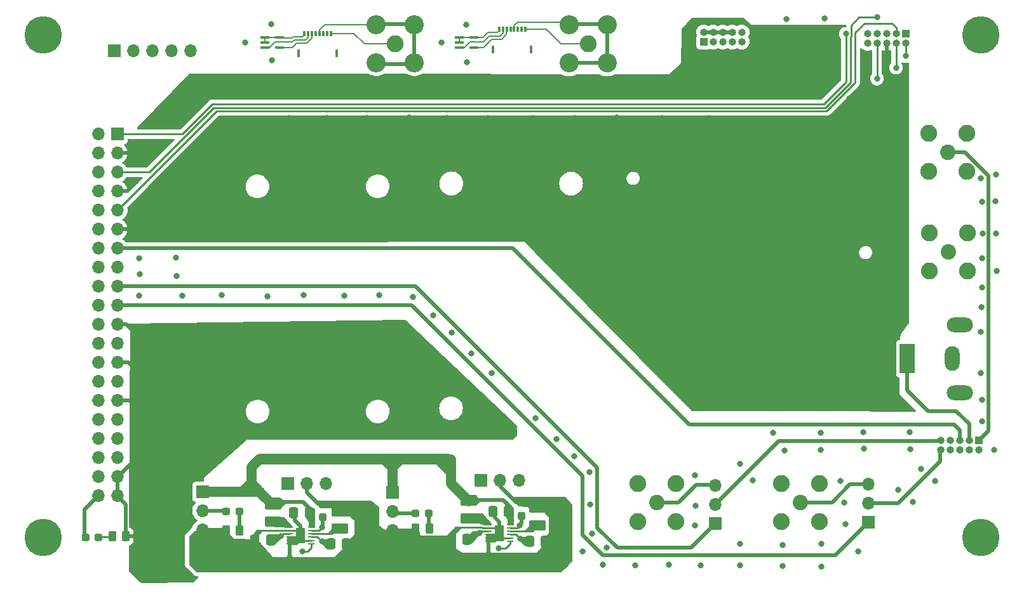
<source format=gbr>
%TF.GenerationSoftware,KiCad,Pcbnew,(7.0.0)*%
%TF.CreationDate,2024-03-13T17:03:37-07:00*%
%TF.ProjectId,2P_miniscope_interconnect_board_v3,32505f6d-696e-4697-9363-6f70655f696e,rev?*%
%TF.SameCoordinates,Original*%
%TF.FileFunction,Copper,L1,Top*%
%TF.FilePolarity,Positive*%
%FSLAX46Y46*%
G04 Gerber Fmt 4.6, Leading zero omitted, Abs format (unit mm)*
G04 Created by KiCad (PCBNEW (7.0.0)) date 2024-03-13 17:03:37*
%MOMM*%
%LPD*%
G01*
G04 APERTURE LIST*
G04 Aperture macros list*
%AMRoundRect*
0 Rectangle with rounded corners*
0 $1 Rounding radius*
0 $2 $3 $4 $5 $6 $7 $8 $9 X,Y pos of 4 corners*
0 Add a 4 corners polygon primitive as box body*
4,1,4,$2,$3,$4,$5,$6,$7,$8,$9,$2,$3,0*
0 Add four circle primitives for the rounded corners*
1,1,$1+$1,$2,$3*
1,1,$1+$1,$4,$5*
1,1,$1+$1,$6,$7*
1,1,$1+$1,$8,$9*
0 Add four rect primitives between the rounded corners*
20,1,$1+$1,$2,$3,$4,$5,0*
20,1,$1+$1,$4,$5,$6,$7,0*
20,1,$1+$1,$6,$7,$8,$9,0*
20,1,$1+$1,$8,$9,$2,$3,0*%
G04 Aperture macros list end*
%TA.AperFunction,NonConductor*%
%ADD10C,0.100000*%
%TD*%
%TA.AperFunction,ComponentPad*%
%ADD11C,0.800000*%
%TD*%
%TA.AperFunction,ComponentPad*%
%ADD12C,5.000000*%
%TD*%
%TA.AperFunction,SMDPad,CuDef*%
%ADD13RoundRect,0.237500X0.287500X0.237500X-0.287500X0.237500X-0.287500X-0.237500X0.287500X-0.237500X0*%
%TD*%
%TA.AperFunction,ComponentPad*%
%ADD14R,1.000000X1.000000*%
%TD*%
%TA.AperFunction,ComponentPad*%
%ADD15O,1.000000X1.000000*%
%TD*%
%TA.AperFunction,ComponentPad*%
%ADD16C,2.050000*%
%TD*%
%TA.AperFunction,ComponentPad*%
%ADD17C,2.250000*%
%TD*%
%TA.AperFunction,ComponentPad*%
%ADD18R,1.700000X1.700000*%
%TD*%
%TA.AperFunction,ComponentPad*%
%ADD19O,1.700000X1.700000*%
%TD*%
%TA.AperFunction,SMDPad,CuDef*%
%ADD20RoundRect,0.250000X-0.262500X-0.450000X0.262500X-0.450000X0.262500X0.450000X-0.262500X0.450000X0*%
%TD*%
%TA.AperFunction,ComponentPad*%
%ADD21R,2.000000X4.000000*%
%TD*%
%TA.AperFunction,ComponentPad*%
%ADD22O,2.000000X3.300000*%
%TD*%
%TA.AperFunction,ComponentPad*%
%ADD23O,3.500000X2.000000*%
%TD*%
%TA.AperFunction,SMDPad,CuDef*%
%ADD24R,1.200000X0.400000*%
%TD*%
%TA.AperFunction,SMDPad,CuDef*%
%ADD25R,0.300000X0.700000*%
%TD*%
%TA.AperFunction,SMDPad,CuDef*%
%ADD26R,0.300000X1.000000*%
%TD*%
%TA.AperFunction,ComponentPad*%
%ADD27C,2.550000*%
%TD*%
%TA.AperFunction,SMDPad,CuDef*%
%ADD28RoundRect,0.250000X-0.337500X-0.475000X0.337500X-0.475000X0.337500X0.475000X-0.337500X0.475000X0*%
%TD*%
%TA.AperFunction,SMDPad,CuDef*%
%ADD29RoundRect,0.237500X-0.237500X0.300000X-0.237500X-0.300000X0.237500X-0.300000X0.237500X0.300000X0*%
%TD*%
%TA.AperFunction,SMDPad,CuDef*%
%ADD30RoundRect,0.250000X0.337500X0.475000X-0.337500X0.475000X-0.337500X-0.475000X0.337500X-0.475000X0*%
%TD*%
%TA.AperFunction,SMDPad,CuDef*%
%ADD31R,0.850000X0.250000*%
%TD*%
%TA.AperFunction,SMDPad,CuDef*%
%ADD32R,1.310000X2.120000*%
%TD*%
%TA.AperFunction,SMDPad,CuDef*%
%ADD33RoundRect,0.250001X-0.849999X0.462499X-0.849999X-0.462499X0.849999X-0.462499X0.849999X0.462499X0*%
%TD*%
%TA.AperFunction,SMDPad,CuDef*%
%ADD34RoundRect,0.250001X0.849999X-0.462499X0.849999X0.462499X-0.849999X0.462499X-0.849999X-0.462499X0*%
%TD*%
%TA.AperFunction,SMDPad,CuDef*%
%ADD35RoundRect,0.250000X0.262500X0.450000X-0.262500X0.450000X-0.262500X-0.450000X0.262500X-0.450000X0*%
%TD*%
%TA.AperFunction,ViaPad*%
%ADD36C,0.800000*%
%TD*%
%TA.AperFunction,Conductor*%
%ADD37C,0.500000*%
%TD*%
%TA.AperFunction,Conductor*%
%ADD38C,0.250000*%
%TD*%
%TA.AperFunction,Conductor*%
%ADD39C,1.350000*%
%TD*%
%TA.AperFunction,Conductor*%
%ADD40C,0.156000*%
%TD*%
G04 APERTURE END LIST*
D10*
G36*
X138520000Y-146820000D02*
G01*
X139730000Y-148210000D01*
X139720000Y-148360000D01*
X138790000Y-148350000D01*
X137990000Y-148110000D01*
X135820000Y-148110000D01*
X135845000Y-146810000D01*
X137375000Y-146810000D01*
X138520000Y-146820000D01*
G37*
X138520000Y-146820000D02*
X139730000Y-148210000D01*
X139720000Y-148360000D01*
X138790000Y-148350000D01*
X137990000Y-148110000D01*
X135820000Y-148110000D01*
X135845000Y-146810000D01*
X137375000Y-146810000D01*
X138520000Y-146820000D01*
G36*
X142620000Y-146140000D02*
G01*
X142620000Y-148325000D01*
X141890000Y-148340000D01*
X141890000Y-147620000D01*
X141490000Y-146970000D01*
X141540000Y-145950000D01*
X142480000Y-145900000D01*
X142620000Y-146140000D01*
G37*
X142620000Y-146140000D02*
X142620000Y-148325000D01*
X141890000Y-148340000D01*
X141890000Y-147620000D01*
X141490000Y-146970000D01*
X141540000Y-145950000D01*
X142480000Y-145900000D01*
X142620000Y-146140000D01*
G36*
X113910000Y-150630000D02*
G01*
X113640000Y-150900000D01*
X112480000Y-150900000D01*
X112480000Y-149980000D01*
X113910000Y-149980000D01*
X113910000Y-150630000D01*
G37*
X113910000Y-150630000D02*
X113640000Y-150900000D01*
X112480000Y-150900000D01*
X112480000Y-149980000D01*
X113910000Y-149980000D01*
X113910000Y-150630000D01*
G36*
X140420000Y-150290000D02*
G01*
X140160000Y-150600000D01*
X139000000Y-150600000D01*
X138990000Y-149640000D01*
X140420000Y-149640000D01*
X140420000Y-150290000D01*
G37*
X140420000Y-150290000D02*
X140160000Y-150600000D01*
X139000000Y-150600000D01*
X138990000Y-149640000D01*
X140420000Y-149640000D01*
X140420000Y-150290000D01*
G36*
X116130000Y-146240000D02*
G01*
X116120000Y-148680000D01*
X115380000Y-148680000D01*
X115380000Y-147960000D01*
X114980000Y-147310000D01*
X115000000Y-146190000D01*
X115850000Y-146090000D01*
X116130000Y-146240000D01*
G37*
X116130000Y-146240000D02*
X116120000Y-148680000D01*
X115380000Y-148680000D01*
X115380000Y-147960000D01*
X114980000Y-147310000D01*
X115000000Y-146190000D01*
X115850000Y-146090000D01*
X116130000Y-146240000D01*
G36*
X105445000Y-150240000D02*
G01*
X108475000Y-150280000D01*
X110567500Y-152630000D01*
X118532500Y-152630000D01*
X118905000Y-152690000D01*
X119880000Y-151530000D01*
X134970000Y-151880000D01*
X134967509Y-154060000D01*
X134420000Y-154610000D01*
X100450000Y-154620000D01*
X99470000Y-153700000D01*
X99440000Y-149950000D01*
X100140000Y-149170000D01*
X104340000Y-149160000D01*
X105445000Y-150240000D01*
G37*
X105445000Y-150240000D02*
X108475000Y-150280000D01*
X110567500Y-152630000D01*
X118532500Y-152630000D01*
X118905000Y-152690000D01*
X119880000Y-151530000D01*
X134970000Y-151880000D01*
X134967509Y-154060000D01*
X134420000Y-154610000D01*
X100450000Y-154620000D01*
X99470000Y-153700000D01*
X99440000Y-149950000D01*
X100140000Y-149170000D01*
X104340000Y-149160000D01*
X105445000Y-150240000D01*
G36*
X112060000Y-147295000D02*
G01*
X113205000Y-148565000D01*
X113207500Y-148702500D01*
X112232500Y-148697500D01*
X111710000Y-148480000D01*
X109700000Y-148470000D01*
X109720000Y-147400000D01*
X111340000Y-147290000D01*
X112060000Y-147295000D01*
G37*
X112060000Y-147295000D02*
X113205000Y-148565000D01*
X113207500Y-148702500D01*
X112232500Y-148697500D01*
X111710000Y-148480000D01*
X109700000Y-148470000D01*
X109720000Y-147400000D01*
X111340000Y-147290000D01*
X112060000Y-147295000D01*
G36*
X124670000Y-145980000D02*
G01*
X124690000Y-148440000D01*
X125460000Y-149060000D01*
X129400000Y-149010000D01*
X130100000Y-149800000D01*
X134920000Y-149800000D01*
X134990000Y-152110000D01*
X119870000Y-152110000D01*
X120135000Y-150225000D01*
X120880000Y-150200000D01*
X121490000Y-149620000D01*
X121520000Y-147780000D01*
X120780000Y-147140000D01*
X118580000Y-147110000D01*
X118520000Y-146040000D01*
X116960000Y-146040000D01*
X116395000Y-145090000D01*
X123730000Y-145090000D01*
X124670000Y-145980000D01*
G37*
X124670000Y-145980000D02*
X124690000Y-148440000D01*
X125460000Y-149060000D01*
X129400000Y-149010000D01*
X130100000Y-149800000D01*
X134920000Y-149800000D01*
X134990000Y-152110000D01*
X119870000Y-152110000D01*
X120135000Y-150225000D01*
X120880000Y-150200000D01*
X121490000Y-149620000D01*
X121520000Y-147780000D01*
X120780000Y-147140000D01*
X118580000Y-147110000D01*
X118520000Y-146040000D01*
X116960000Y-146040000D01*
X116395000Y-145090000D01*
X123730000Y-145090000D01*
X124670000Y-145980000D01*
G36*
X149519563Y-144653976D02*
G01*
X150450000Y-145610000D01*
X150420000Y-153260000D01*
X149040000Y-154630000D01*
X133790000Y-154610000D01*
X134550000Y-151200000D01*
X135780000Y-152060000D01*
X145720000Y-152090000D01*
X147020000Y-150770000D01*
X146870000Y-150040000D01*
X147430000Y-149430000D01*
X147430000Y-147310000D01*
X146730000Y-146600000D01*
X144970000Y-146260000D01*
X144560000Y-145860000D01*
X143300000Y-145835000D01*
X142070000Y-144610000D01*
X149519563Y-144653976D01*
G37*
X149519563Y-144653976D02*
X150450000Y-145610000D01*
X150420000Y-153260000D01*
X149040000Y-154630000D01*
X133790000Y-154610000D01*
X134550000Y-151200000D01*
X135780000Y-152060000D01*
X145720000Y-152090000D01*
X147020000Y-150770000D01*
X146870000Y-150040000D01*
X147430000Y-149430000D01*
X147430000Y-147310000D01*
X146730000Y-146600000D01*
X144970000Y-146260000D01*
X144560000Y-145860000D01*
X143300000Y-145835000D01*
X142070000Y-144610000D01*
X149519563Y-144653976D01*
D11*
%TO.P,H1,1*%
%TO.N,GND*%
X78125000Y-150000000D03*
X78674175Y-148674175D03*
X78674175Y-151325825D03*
X80000000Y-148125000D03*
D12*
X80000000Y-150000000D03*
D11*
X80000000Y-151875000D03*
X81325825Y-148674175D03*
X81325825Y-151325825D03*
X81875000Y-150000000D03*
%TD*%
%TO.P,H2,1*%
%TO.N,GND*%
X78125000Y-83000000D03*
X78674175Y-81674175D03*
X78674175Y-84325825D03*
X80000000Y-81125000D03*
D12*
X80000000Y-83000000D03*
D11*
X80000000Y-84875000D03*
X81325825Y-81674175D03*
X81325825Y-84325825D03*
X81875000Y-83000000D03*
%TD*%
%TO.P,H3,1*%
%TO.N,GND*%
X203125000Y-83000000D03*
X203674175Y-81674175D03*
X203674175Y-84325825D03*
X205000000Y-81125000D03*
D12*
X205000000Y-83000000D03*
D11*
X205000000Y-84875000D03*
X206325825Y-81674175D03*
X206325825Y-84325825D03*
X206875000Y-83000000D03*
%TD*%
%TO.P,H4,1*%
%TO.N,GND*%
X203125000Y-150000000D03*
X203674175Y-148674175D03*
X203674175Y-151325825D03*
X205000000Y-148125000D03*
D12*
X205000000Y-150000000D03*
D11*
X205000000Y-151875000D03*
X206325825Y-148674175D03*
X206325825Y-151325825D03*
X206875000Y-150000000D03*
%TD*%
D13*
%TO.P,D2,1*%
%TO.N,Net-(D2-Pad1)*%
X87406071Y-150025345D03*
%TO.P,D2,2*%
%TO.N,Net-(D2-Pad2)*%
X85656071Y-150025345D03*
%TD*%
D14*
%TO.P,J1,1*%
%TO.N,/X*%
X204699999Y-137069999D03*
D15*
%TO.P,J1,2*%
%TO.N,/Y*%
X204699999Y-138339999D03*
%TO.P,J1,3*%
%TO.N,+5V*%
X203429999Y-137069999D03*
%TO.P,J1,4*%
%TO.N,GND*%
X203429999Y-138339999D03*
%TO.P,J1,5*%
%TO.N,/OE*%
X202159999Y-137069999D03*
%TO.P,J1,6*%
%TO.N,Net-(J1-Pad6)*%
X202159999Y-138339999D03*
%TO.P,J1,7*%
%TO.N,Net-(J1-Pad7)*%
X200889999Y-137069999D03*
%TO.P,J1,8*%
%TO.N,Net-(J1-Pad8)*%
X200889999Y-138339999D03*
%TO.P,J1,9*%
%TO.N,/X_Filt*%
X199619999Y-137069999D03*
%TO.P,J1,10*%
%TO.N,/Y_Filt*%
X199619999Y-138339999D03*
%TD*%
D16*
%TO.P,J4,1*%
%TO.N,/X*%
X200534000Y-98610000D03*
D17*
%TO.P,J4,2*%
%TO.N,GND*%
X197994000Y-96070000D03*
X197994000Y-101150000D03*
X203074000Y-96070000D03*
X203074000Y-101150000D03*
%TD*%
D16*
%TO.P,J5,1*%
%TO.N,/Y*%
X200630000Y-111970000D03*
D17*
%TO.P,J5,2*%
%TO.N,GND*%
X198090000Y-109430000D03*
X198090000Y-114510000D03*
X203170000Y-109430000D03*
X203170000Y-114510000D03*
%TD*%
D14*
%TO.P,J2,1*%
%TO.N,/X+*%
X168049999Y-83899999D03*
D15*
%TO.P,J2,2*%
%TO.N,GND1*%
X168049999Y-82629999D03*
%TO.P,J2,3*%
%TO.N,/X-*%
X169319999Y-83899999D03*
%TO.P,J2,4*%
%TO.N,GND1*%
X169319999Y-82629999D03*
%TO.P,J2,5*%
%TO.N,/Y-*%
X170589999Y-83899999D03*
%TO.P,J2,6*%
%TO.N,GND1*%
X170589999Y-82629999D03*
%TO.P,J2,7*%
%TO.N,/Y+*%
X171859999Y-83899999D03*
%TO.P,J2,8*%
%TO.N,GND1*%
X171859999Y-82629999D03*
%TO.P,J2,9*%
%TO.N,Net-(J2-Pad9)*%
X173129999Y-83899999D03*
%TO.P,J2,10*%
%TO.N,Net-(J2-Pad10)*%
X173129999Y-82629999D03*
%TD*%
D18*
%TO.P,JP1,1*%
%TO.N,/X_Filt_d*%
X169609999Y-148159999D03*
D19*
%TO.P,JP1,2*%
%TO.N,/X_Filt*%
X169609999Y-145619999D03*
%TO.P,JP1,3*%
%TO.N,/X_Filt_Osc*%
X169609999Y-143079999D03*
%TD*%
D18*
%TO.P,JP2,1*%
%TO.N,/Y_Filt_d*%
X190009999Y-147999999D03*
D19*
%TO.P,JP2,2*%
%TO.N,/Y_Filt*%
X190009999Y-145459999D03*
%TO.P,JP2,3*%
%TO.N,/Y_Filt_Osc*%
X190009999Y-142919999D03*
%TD*%
D20*
%TO.P,R1,1*%
%TO.N,Net-(D2-Pad1)*%
X89212071Y-149898345D03*
%TO.P,R1,2*%
%TO.N,GND*%
X91037071Y-149898345D03*
%TD*%
D21*
%TO.P,J3,1*%
%TO.N,+5V*%
X195189999Y-126199999D03*
D22*
%TO.P,J3,2*%
%TO.N,GND*%
X201189999Y-126199999D03*
D23*
%TO.P,J3,MP*%
%TO.N,N/C*%
X202189999Y-130699999D03*
X202189999Y-121699999D03*
%TD*%
D14*
%TO.P,J7,1*%
%TO.N,+5V*%
X194949999Y-82839999D03*
D15*
%TO.P,J7,2*%
%TO.N,/Y-*%
X194949999Y-84109999D03*
%TO.P,J7,3*%
%TO.N,/I2C_SCL*%
X193679999Y-82839999D03*
%TO.P,J7,4*%
%TO.N,/X-*%
X193679999Y-84109999D03*
%TO.P,J7,5*%
%TO.N,GND1*%
X192409999Y-82839999D03*
%TO.P,J7,6*%
%TO.N,GND*%
X192409999Y-84109999D03*
%TO.P,J7,7*%
%TO.N,/I2C_SDA*%
X191139999Y-82839999D03*
%TO.P,J7,8*%
%TO.N,/X+*%
X191139999Y-84109999D03*
%TO.P,J7,9*%
%TO.N,/Vref*%
X189869999Y-82839999D03*
%TO.P,J7,10*%
%TO.N,/Y+*%
X189869999Y-84109999D03*
%TD*%
D18*
%TO.P,J6,1*%
%TO.N,/Vref*%
X89889999Y-96209999D03*
D19*
%TO.P,J6,2*%
%TO.N,GND*%
X87349999Y-96209999D03*
%TO.P,J6,3*%
X89889999Y-98749999D03*
%TO.P,J6,4*%
%TO.N,Net-(J6-Pad4)*%
X87349999Y-98749999D03*
%TO.P,J6,5*%
%TO.N,/I2C_SDA*%
X89889999Y-101289999D03*
%TO.P,J6,6*%
%TO.N,GND*%
X87349999Y-101289999D03*
%TO.P,J6,7*%
X89889999Y-103829999D03*
%TO.P,J6,8*%
%TO.N,Net-(J6-Pad8)*%
X87349999Y-103829999D03*
%TO.P,J6,9*%
%TO.N,/I2C_SCL*%
X89889999Y-106369999D03*
%TO.P,J6,10*%
%TO.N,GND*%
X87349999Y-106369999D03*
%TO.P,J6,11*%
X89889999Y-108909999D03*
%TO.P,J6,12*%
%TO.N,Net-(J6-Pad12)*%
X87349999Y-108909999D03*
%TO.P,J6,13*%
%TO.N,/OE*%
X89889999Y-111449999D03*
%TO.P,J6,14*%
%TO.N,GND*%
X87349999Y-111449999D03*
%TO.P,J6,15*%
X89889999Y-113989999D03*
%TO.P,J6,16*%
%TO.N,Net-(J6-Pad16)*%
X87349999Y-113989999D03*
%TO.P,J6,17*%
%TO.N,/X_Filt_d*%
X89889999Y-116529999D03*
%TO.P,J6,18*%
%TO.N,GND*%
X87349999Y-116529999D03*
%TO.P,J6,19*%
%TO.N,/Y_Filt_d*%
X89889999Y-119069999D03*
%TO.P,J6,20*%
%TO.N,/NC*%
X87349999Y-119069999D03*
%TO.P,J6,21*%
%TO.N,GND*%
X89889999Y-121609999D03*
%TO.P,J6,22*%
%TO.N,Net-(J6-Pad22)*%
X87349999Y-121609999D03*
%TO.P,J6,23*%
%TO.N,Net-(J12-Pad1)*%
X89889999Y-124149999D03*
%TO.P,J6,24*%
%TO.N,GND*%
X87349999Y-124149999D03*
%TO.P,J6,25*%
X89889999Y-126689999D03*
%TO.P,J6,26*%
%TO.N,Net-(J6-Pad26)*%
X87349999Y-126689999D03*
%TO.P,J6,27*%
%TO.N,Net-(J12-Pad2)*%
X89889999Y-129229999D03*
%TO.P,J6,28*%
%TO.N,GND*%
X87349999Y-129229999D03*
%TO.P,J6,29*%
X89889999Y-131769999D03*
%TO.P,J6,30*%
%TO.N,Net-(J6-Pad30)*%
X87349999Y-131769999D03*
%TO.P,J6,31*%
%TO.N,Net-(J12-Pad3)*%
X89889999Y-134309999D03*
%TO.P,J6,32*%
%TO.N,Net-(J6-Pad32)*%
X87349999Y-134309999D03*
%TO.P,J6,33*%
%TO.N,Net-(J12-Pad4)*%
X89889999Y-136849999D03*
%TO.P,J6,34*%
%TO.N,Net-(J6-Pad34)*%
X87349999Y-136849999D03*
%TO.P,J6,35*%
%TO.N,Net-(J12-Pad5)*%
X89889999Y-139389999D03*
%TO.P,J6,36*%
%TO.N,Net-(J6-Pad36)*%
X87349999Y-139389999D03*
%TO.P,J6,37*%
%TO.N,GND*%
X89889999Y-141929999D03*
%TO.P,J6,38*%
%TO.N,Net-(J6-Pad38)*%
X87349999Y-141929999D03*
%TO.P,J6,39*%
%TO.N,GND*%
X89889999Y-144469999D03*
%TO.P,J6,40*%
%TO.N,Net-(D2-Pad2)*%
X87349999Y-144469999D03*
%TD*%
D16*
%TO.P,J8,1*%
%TO.N,/X_Filt_Osc*%
X161760000Y-145370000D03*
D17*
%TO.P,J8,2*%
%TO.N,GND*%
X159220000Y-142830000D03*
X159220000Y-147910000D03*
X164300000Y-142830000D03*
X164300000Y-147910000D03*
%TD*%
D16*
%TO.P,J9,1*%
%TO.N,/Y_Filt_Osc*%
X180970000Y-145380000D03*
D17*
%TO.P,J9,2*%
%TO.N,GND*%
X178430000Y-142840000D03*
X178430000Y-147920000D03*
X183510000Y-142840000D03*
X183510000Y-147920000D03*
%TD*%
D18*
%TO.P,J12,1*%
%TO.N,Net-(J12-Pad1)*%
X89499999Y-85059999D03*
D19*
%TO.P,J12,2*%
%TO.N,Net-(J12-Pad2)*%
X92039999Y-85059999D03*
%TO.P,J12,3*%
%TO.N,Net-(J12-Pad3)*%
X94579999Y-85059999D03*
%TO.P,J12,4*%
%TO.N,Net-(J12-Pad4)*%
X97119999Y-85059999D03*
%TO.P,J12,5*%
%TO.N,Net-(J12-Pad5)*%
X99659999Y-85059999D03*
%TD*%
D24*
%TO.P,IC3,1*%
%TO.N,/Temp_G_GND*%
X135499999Y-83349999D03*
%TO.P,IC3,2*%
X135499999Y-83999999D03*
%TO.P,IC3,3*%
%TO.N,/Temp_G_Out*%
X135499999Y-84649999D03*
%TO.P,IC3,4*%
%TO.N,/Temp_G_VDD*%
X137399999Y-84649999D03*
%TO.P,IC3,5*%
%TO.N,/Temp_G_GND*%
X137399999Y-83349999D03*
%TD*%
%TO.P,IC4,1*%
%TO.N,/Temp_R_GND*%
X109589999Y-83349999D03*
%TO.P,IC4,2*%
X109589999Y-83999999D03*
%TO.P,IC4,3*%
%TO.N,/Temp_R_Out*%
X109589999Y-84649999D03*
%TO.P,IC4,4*%
%TO.N,/Temp_R_VDD*%
X111489999Y-84649999D03*
%TO.P,IC4,5*%
%TO.N,/Temp_R_GND*%
X111489999Y-83349999D03*
%TD*%
D25*
%TO.P,J13,1*%
%TO.N,/Temp_G_GND*%
X140779999Y-82249999D03*
%TO.P,J13,2*%
%TO.N,/Temp_G_Out*%
X141279999Y-82249999D03*
%TO.P,J13,3*%
%TO.N,/Temp_G_VDD*%
X141779999Y-82249999D03*
%TO.P,J13,4*%
%TO.N,Net-(J13-Pad4)*%
X142279999Y-82249999D03*
%TO.P,J13,5*%
%TO.N,/SiPM_G_Anode*%
X142779999Y-82249999D03*
%TO.P,J13,6*%
%TO.N,Net-(J13-Pad6)*%
X143279999Y-82249999D03*
%TO.P,J13,7*%
%TO.N,Net-(J13-Pad7)*%
X143779999Y-82249999D03*
%TO.P,J13,8*%
%TO.N,/SiPM_G_Cathode*%
X144279999Y-82249999D03*
D26*
%TO.P,J13,MP1*%
%TO.N,Net-(J13-PadMP1)*%
X139989999Y-84899999D03*
%TO.P,J13,MP2*%
%TO.N,Net-(J13-PadMP2)*%
X145069999Y-84899999D03*
%TD*%
D25*
%TO.P,J14,1*%
%TO.N,/Temp_R_GND*%
X114839999Y-82789999D03*
%TO.P,J14,2*%
%TO.N,/Temp_R_Out*%
X115339999Y-82789999D03*
%TO.P,J14,3*%
%TO.N,/Temp_R_VDD*%
X115839999Y-82789999D03*
%TO.P,J14,4*%
%TO.N,Net-(J14-Pad4)*%
X116339999Y-82789999D03*
%TO.P,J14,5*%
%TO.N,/SiPM_R_Anode*%
X116839999Y-82789999D03*
%TO.P,J14,6*%
%TO.N,Net-(J14-Pad6)*%
X117339999Y-82789999D03*
%TO.P,J14,7*%
%TO.N,Net-(J14-Pad7)*%
X117839999Y-82789999D03*
%TO.P,J14,8*%
%TO.N,/SiPM_R_Cathode*%
X118339999Y-82789999D03*
D26*
%TO.P,J14,MP1*%
%TO.N,Net-(J14-PadMP1)*%
X114049999Y-85439999D03*
%TO.P,J14,MP2*%
%TO.N,Net-(J14-PadMP2)*%
X119129999Y-85439999D03*
%TD*%
D17*
%TO.P,J15,1*%
%TO.N,/SiPM_G_Cathode*%
X152620000Y-84200000D03*
D27*
%TO.P,J15,2*%
%TO.N,/SiPM_G_Anode*%
X150080000Y-81660000D03*
%TO.P,J15,3*%
%TO.N,N/C*%
X150080000Y-86740000D03*
%TO.P,J15,4*%
X155160000Y-86740000D03*
%TO.P,J15,5*%
X155160000Y-81660000D03*
%TD*%
D17*
%TO.P,J16,1*%
%TO.N,/SiPM_R_Cathode*%
X126950000Y-84140000D03*
D27*
%TO.P,J16,2*%
%TO.N,/SiPM_R_Anode*%
X124410000Y-81600000D03*
%TO.P,J16,3*%
%TO.N,N/C*%
X124410000Y-86680000D03*
%TO.P,J16,4*%
X129490000Y-86680000D03*
%TO.P,J16,5*%
X129490000Y-81600000D03*
%TD*%
D28*
%TO.P,C1,1*%
%TO.N,GND*%
X139922500Y-146530000D03*
%TO.P,C1,2*%
%TO.N,+5V*%
X141997500Y-146530000D03*
%TD*%
D29*
%TO.P,C2,1*%
%TO.N,GND*%
X117270000Y-145637500D03*
%TO.P,C2,2*%
%TO.N,+5V*%
X117270000Y-147362500D03*
%TD*%
D28*
%TO.P,C3,1*%
%TO.N,GND*%
X113402500Y-146750000D03*
%TO.P,C3,2*%
%TO.N,+5V*%
X115477500Y-146750000D03*
%TD*%
D29*
%TO.P,C4,1*%
%TO.N,GND*%
X143740000Y-145397500D03*
%TO.P,C4,2*%
%TO.N,+5V*%
X143740000Y-147122500D03*
%TD*%
D30*
%TO.P,C5,1*%
%TO.N,/+5V_G_SiPM*%
X110317500Y-150410000D03*
%TO.P,C5,2*%
%TO.N,GND*%
X108242500Y-150410000D03*
%TD*%
D28*
%TO.P,C6,1*%
%TO.N,/-5V_G_SiPM*%
X118342500Y-150900000D03*
%TO.P,C6,2*%
%TO.N,GND*%
X120417500Y-150900000D03*
%TD*%
D30*
%TO.P,C7,1*%
%TO.N,/+5V_R_SiPM*%
X136497500Y-150270000D03*
%TO.P,C7,2*%
%TO.N,GND*%
X134422500Y-150270000D03*
%TD*%
D28*
%TO.P,C8,1*%
%TO.N,/-5V_R_SiPM*%
X144842500Y-150520000D03*
%TO.P,C8,2*%
%TO.N,GND*%
X146917500Y-150520000D03*
%TD*%
D31*
%TO.P,IC1,1*%
%TO.N,Net-(IC1-Pad1)*%
X112849999Y-148634999D03*
%TO.P,IC1,2*%
%TO.N,GND*%
X112849999Y-149084999D03*
%TO.P,IC1,3*%
%TO.N,/+5V_G_SiPM*%
X112849999Y-149534999D03*
%TO.P,IC1,4*%
%TO.N,GND*%
X112849999Y-149984999D03*
%TO.P,IC1,5*%
X112849999Y-150434999D03*
%TO.P,IC1,6*%
X112849999Y-150884999D03*
%TO.P,IC1,7*%
%TO.N,Net-(D1-Pad2)*%
X115749999Y-150884999D03*
%TO.P,IC1,8*%
%TO.N,GND*%
X115749999Y-150434999D03*
%TO.P,IC1,9*%
%TO.N,/-5V_G_SiPM*%
X115749999Y-149984999D03*
%TO.P,IC1,10*%
%TO.N,Net-(IC1-Pad10)*%
X115749999Y-149534999D03*
%TO.P,IC1,11*%
%TO.N,+5V*%
X115749999Y-149084999D03*
%TO.P,IC1,12*%
X115749999Y-148634999D03*
D32*
%TO.P,IC1,13*%
%TO.N,GND*%
X114299999Y-149759999D03*
%TD*%
D31*
%TO.P,IC2,1*%
%TO.N,Net-(IC2-Pad1)*%
X139359999Y-148294999D03*
%TO.P,IC2,2*%
%TO.N,GND*%
X139359999Y-148744999D03*
%TO.P,IC2,3*%
%TO.N,/+5V_R_SiPM*%
X139359999Y-149194999D03*
%TO.P,IC2,4*%
%TO.N,GND*%
X139359999Y-149644999D03*
%TO.P,IC2,5*%
X139359999Y-150094999D03*
%TO.P,IC2,6*%
X139359999Y-150544999D03*
%TO.P,IC2,7*%
%TO.N,Net-(D3-Pad2)*%
X142259999Y-150544999D03*
%TO.P,IC2,8*%
%TO.N,GND*%
X142259999Y-150094999D03*
%TO.P,IC2,9*%
%TO.N,/-5V_R_SiPM*%
X142259999Y-149644999D03*
%TO.P,IC2,10*%
%TO.N,Net-(IC2-Pad10)*%
X142259999Y-149194999D03*
%TO.P,IC2,11*%
%TO.N,+5V*%
X142259999Y-148744999D03*
%TO.P,IC2,12*%
X142259999Y-148294999D03*
D32*
%TO.P,IC2,13*%
%TO.N,GND*%
X140809999Y-149419999D03*
%TD*%
D33*
%TO.P,L1,1*%
%TO.N,+5V*%
X110630000Y-145627500D03*
%TO.P,L1,2*%
%TO.N,Net-(IC1-Pad1)*%
X110630000Y-147952500D03*
%TD*%
%TO.P,L2,1*%
%TO.N,+5V*%
X136710000Y-145145000D03*
%TO.P,L2,2*%
%TO.N,Net-(IC2-Pad1)*%
X136710000Y-147470000D03*
%TD*%
D34*
%TO.P,L3,1*%
%TO.N,Net-(IC1-Pad10)*%
X119540000Y-148852500D03*
%TO.P,L3,2*%
%TO.N,GND*%
X119540000Y-146527500D03*
%TD*%
%TO.P,L4,1*%
%TO.N,Net-(IC2-Pad10)*%
X145910000Y-148402500D03*
%TO.P,L4,2*%
%TO.N,GND*%
X145910000Y-146077500D03*
%TD*%
D18*
%TO.P,J10,1*%
%TO.N,/+5V_G_SiPM*%
X112579999Y-142849999D03*
D19*
%TO.P,J10,2*%
%TO.N,GND*%
X115119999Y-142849999D03*
%TO.P,J10,3*%
%TO.N,/-5V_G_SiPM*%
X117659999Y-142849999D03*
%TD*%
D18*
%TO.P,J11,1*%
%TO.N,/+5V_R_SiPM*%
X138359999Y-142409999D03*
D19*
%TO.P,J11,2*%
%TO.N,GND*%
X140899999Y-142409999D03*
%TO.P,J11,3*%
%TO.N,/-5V_R_SiPM*%
X143439999Y-142409999D03*
%TD*%
D13*
%TO.P,D1,1*%
%TO.N,Net-(D1-Pad1)*%
X106175000Y-146570000D03*
%TO.P,D1,2*%
%TO.N,Net-(D1-Pad2)*%
X104425000Y-146570000D03*
%TD*%
%TO.P,D3,1*%
%TO.N,Net-(D3-Pad1)*%
X131395000Y-146800000D03*
%TO.P,D3,2*%
%TO.N,Net-(D3-Pad2)*%
X129645000Y-146800000D03*
%TD*%
D18*
%TO.P,JP3,1*%
%TO.N,+5V*%
X101229999Y-143949999D03*
D19*
%TO.P,JP3,2*%
%TO.N,Net-(D1-Pad2)*%
X101229999Y-146489999D03*
%TO.P,JP3,3*%
%TO.N,GND*%
X101229999Y-149029999D03*
%TD*%
D18*
%TO.P,JP4,1*%
%TO.N,+5V*%
X126559999Y-144029999D03*
D19*
%TO.P,JP4,2*%
%TO.N,Net-(D3-Pad2)*%
X126559999Y-146569999D03*
%TO.P,JP4,3*%
%TO.N,GND*%
X126559999Y-149109999D03*
%TD*%
D35*
%TO.P,R2,1*%
%TO.N,Net-(D1-Pad1)*%
X106195000Y-149120000D03*
%TO.P,R2,2*%
%TO.N,GND*%
X104370000Y-149120000D03*
%TD*%
%TO.P,R3,1*%
%TO.N,Net-(D3-Pad1)*%
X131450000Y-148830000D03*
%TO.P,R3,2*%
%TO.N,GND*%
X129625000Y-148830000D03*
%TD*%
D36*
%TO.N,GND*%
X124720000Y-153000000D03*
X186240000Y-142540000D03*
X97460000Y-108480000D03*
X170310000Y-85440000D03*
X205160000Y-112780000D03*
X186810000Y-145360000D03*
X207080000Y-114450000D03*
X153160000Y-149530000D03*
X192410000Y-90220000D03*
X156450000Y-94010000D03*
X123160000Y-91200000D03*
X183470000Y-91200000D03*
X192200000Y-94080000D03*
X103640000Y-151180000D03*
X122527500Y-146507500D03*
X148410000Y-150520000D03*
X98560000Y-117820000D03*
X181580000Y-82670000D03*
X172900000Y-153770000D03*
X179040000Y-84580000D03*
X117850000Y-91200000D03*
X149360000Y-148180000D03*
X145660000Y-134160000D03*
X192410000Y-92400000D03*
X170730000Y-88000000D03*
X133070000Y-84040000D03*
X101290000Y-152560000D03*
X112810000Y-91200000D03*
X184110000Y-80780000D03*
X175900000Y-82860000D03*
X136410000Y-81660000D03*
X155080000Y-151400000D03*
X175340000Y-94120000D03*
X195470000Y-136020000D03*
X162260000Y-122820000D03*
X163440000Y-153710000D03*
X205110000Y-116660000D03*
X92410000Y-102550000D03*
X184750000Y-94120000D03*
X189410000Y-138220000D03*
X150910000Y-94050000D03*
X183660000Y-138350000D03*
X166890000Y-148430000D03*
X183740000Y-150880000D03*
X115700000Y-153660000D03*
X112810000Y-94050000D03*
X137050000Y-125470000D03*
X109150000Y-125710000D03*
X139310000Y-91200000D03*
X183710000Y-153960000D03*
X97260000Y-125930000D03*
X117850000Y-94050000D03*
X97450000Y-132600000D03*
X92520000Y-97450000D03*
X92850000Y-105430000D03*
X198890000Y-142500000D03*
X129320000Y-117940000D03*
X139780000Y-128120000D03*
X185235000Y-89435000D03*
X130900000Y-153020000D03*
X97690000Y-112740000D03*
X128755000Y-94005000D03*
X204960000Y-128150000D03*
X120030000Y-153720000D03*
X140810000Y-148810000D03*
X169110000Y-122420000D03*
X105500000Y-150680000D03*
X92530000Y-99950000D03*
X127450000Y-151640000D03*
X114300000Y-150360000D03*
X100410000Y-97260000D03*
X172905000Y-85845000D03*
X158890000Y-153780000D03*
X178790000Y-138410000D03*
X156450000Y-91200000D03*
X92849999Y-129080001D03*
X177270000Y-136070000D03*
X109880000Y-117850000D03*
X178570000Y-153840000D03*
X97290000Y-129670000D03*
X98250000Y-95080000D03*
X136600000Y-153580000D03*
X92222071Y-149898345D03*
X120770000Y-125570000D03*
X187445000Y-91425000D03*
X140810000Y-150060000D03*
X206930000Y-105200000D03*
X133865000Y-94045000D03*
X103820000Y-117700000D03*
X178330000Y-129610000D03*
X132510000Y-150430000D03*
X150800000Y-139200000D03*
X168750000Y-94090000D03*
X114300000Y-149130000D03*
X148730000Y-152980000D03*
X92849999Y-135190001D03*
X178330000Y-122430000D03*
X97090000Y-122570000D03*
X206990000Y-109450000D03*
X114690000Y-117690000D03*
X150910000Y-91200000D03*
X205080000Y-119280000D03*
X134470000Y-122720000D03*
X195920000Y-145320000D03*
X92850000Y-114900000D03*
X197020000Y-140930000D03*
X186900000Y-129610000D03*
X193980000Y-143720000D03*
X162450000Y-91200000D03*
X110440000Y-81560000D03*
X106930000Y-83990000D03*
X92780000Y-117790000D03*
X172850000Y-140230000D03*
X192410000Y-88000000D03*
X205180000Y-131630000D03*
X97330000Y-105310000D03*
X167660000Y-153780000D03*
X144220000Y-153440000D03*
X141960000Y-135850000D03*
X192410000Y-86500000D03*
X172910000Y-150860000D03*
X152850000Y-141300000D03*
X112850000Y-152690000D03*
X152910000Y-145620000D03*
X133880000Y-91200000D03*
X183970000Y-84480000D03*
X107590000Y-91200000D03*
X92850000Y-108400000D03*
X189370000Y-89500000D03*
X130640000Y-150430000D03*
X92810000Y-139130000D03*
X145280000Y-91200000D03*
X107550000Y-94120000D03*
X166950000Y-145770000D03*
X166860000Y-141750000D03*
X171645000Y-86775000D03*
X204980000Y-102080000D03*
X189350000Y-136000000D03*
X128690000Y-91200000D03*
X92960000Y-123450000D03*
X154620000Y-153710000D03*
X169130000Y-129690000D03*
X96040000Y-135320000D03*
X129730000Y-125980000D03*
X136450000Y-86640000D03*
X178540000Y-151060000D03*
X102240000Y-91200000D03*
X175300000Y-91200000D03*
X186870000Y-122420000D03*
X124760000Y-117720000D03*
X168750000Y-91200000D03*
X188620000Y-151940000D03*
X106620000Y-150720000D03*
X186940000Y-148270000D03*
X109810000Y-153540000D03*
X205200000Y-109460000D03*
X110460000Y-86410000D03*
X123170000Y-94080000D03*
X92780000Y-112780000D03*
X145300000Y-94050000D03*
X207010000Y-101650000D03*
X206760000Y-138340000D03*
X106220000Y-152860000D03*
X168840000Y-86200000D03*
X174620000Y-142390000D03*
X204990000Y-122590000D03*
X97820000Y-115120000D03*
X195550000Y-138310000D03*
X139360000Y-152270000D03*
X121890000Y-150900000D03*
X97210000Y-102190000D03*
X147900000Y-145880000D03*
X120130000Y-117780000D03*
X151900000Y-151940000D03*
X205160000Y-105230000D03*
X183600000Y-136040000D03*
X179100000Y-80890000D03*
X148400000Y-136920000D03*
X205140000Y-134550000D03*
X132010000Y-120410000D03*
X139310000Y-94060000D03*
X162475000Y-94075000D03*
X190485000Y-95795000D03*
%TO.N,+5V*%
X117170000Y-148670000D03*
X121020000Y-139500000D03*
X110952500Y-139597500D03*
X134392500Y-142877500D03*
X126560000Y-139670000D03*
X108780000Y-139650000D03*
X107765000Y-141035000D03*
X133835000Y-140155000D03*
X115370000Y-139500000D03*
X143540000Y-148390000D03*
X130632500Y-139597500D03*
X107740000Y-143550000D03*
%TO.N,/Y-*%
X194950000Y-85820000D03*
%TO.N,/X-*%
X193680000Y-87350000D03*
%TO.N,/X+*%
X191140000Y-88810000D03*
%TO.N,/I2C_SDA*%
X191140000Y-80630000D03*
%TO.N,/Vref*%
X186990000Y-82840000D03*
%TO.N,/+5V_G_SiPM*%
X111695000Y-149845000D03*
%TO.N,/-5V_R_SiPM*%
X143550000Y-150180000D03*
%TO.N,/+5V_R_SiPM*%
X138150000Y-149440000D03*
%TO.N,/-5V_G_SiPM*%
X117135000Y-150585000D03*
%TO.N,Net-(D1-Pad2)*%
X114590000Y-151910000D03*
%TO.N,Net-(D3-Pad2)*%
X140740000Y-151490000D03*
%TD*%
D37*
%TO.N,GND*%
X92222071Y-149898345D02*
X92222071Y-149898345D01*
X162260000Y-122820000D02*
X162260000Y-122820000D01*
X121890000Y-150900000D02*
X121890000Y-150900000D01*
X140810000Y-148810000D02*
X140810000Y-147980000D01*
D38*
X140810000Y-150060000D02*
X140810000Y-150320000D01*
D37*
X148410000Y-150520000D02*
X148410000Y-150520000D01*
X122527500Y-146507500D02*
X122527500Y-146507500D01*
X192410000Y-87560000D02*
X192410000Y-88000000D01*
X192410000Y-86500000D02*
X192410000Y-87560000D01*
X192410000Y-90220000D02*
X192410000Y-92400000D01*
X192410000Y-92400000D02*
X192410000Y-93870000D01*
X192200000Y-94080000D02*
X190485000Y-95795000D01*
X190485000Y-95795000D02*
X189820000Y-96460000D01*
X92810000Y-139130000D02*
X89920000Y-142020000D01*
X92849999Y-135190001D02*
X92849999Y-139090001D01*
X92849999Y-129080001D02*
X92849999Y-132700001D01*
D38*
X112850000Y-152690000D02*
X112850000Y-152690000D01*
X139360000Y-152270000D02*
X139360000Y-152270000D01*
D37*
X130640000Y-150430000D02*
X132510000Y-150430000D01*
X105500000Y-150680000D02*
X105540000Y-150720000D01*
X132510000Y-150430000D02*
X134610000Y-150430000D01*
X115110000Y-144000000D02*
X115110000Y-142740000D01*
D38*
X112850000Y-150435000D02*
X114195000Y-150435000D01*
X139360000Y-150545000D02*
X139915000Y-150545000D01*
D37*
X92849999Y-133120001D02*
X92849999Y-135190001D01*
D38*
X109855000Y-149085000D02*
X109025000Y-149085000D01*
D37*
X179680000Y-129610000D02*
X186870000Y-122420000D01*
D38*
X114230000Y-150360000D02*
X114300000Y-150360000D01*
D37*
X91120000Y-121610000D02*
X92960000Y-123450000D01*
D38*
X139360000Y-149645000D02*
X139360000Y-152270000D01*
D37*
X146742500Y-150520000D02*
X148410000Y-150520000D01*
D38*
X134345000Y-149335000D02*
X133990000Y-149690000D01*
D37*
X169130000Y-129690000D02*
X169130000Y-122440000D01*
X192410000Y-88000000D02*
X192410000Y-90220000D01*
D38*
X134880000Y-149290000D02*
X134580000Y-149590000D01*
D37*
X162750000Y-122340000D02*
X169030000Y-122340000D01*
X118767500Y-145637500D02*
X119580000Y-146450000D01*
X145397500Y-145397500D02*
X146130000Y-146130000D01*
D38*
X109025000Y-149085000D02*
X109025000Y-149165000D01*
D37*
X113570000Y-147750000D02*
X113570000Y-146640000D01*
X162260000Y-122820000D02*
X162270000Y-122820000D01*
D38*
X134740000Y-150230000D02*
X134880000Y-150090000D01*
X135155001Y-148714999D02*
X134965001Y-148714999D01*
X139360000Y-148745000D02*
X138528002Y-148745000D01*
X140310000Y-150360000D02*
X140850000Y-150360000D01*
X108565000Y-149085000D02*
X109855000Y-149085000D01*
D37*
X146600000Y-150840000D02*
X146600000Y-152030000D01*
D38*
X135155001Y-148714999D02*
X135155001Y-148794999D01*
X140125000Y-150545000D02*
X140310000Y-150360000D01*
D37*
X192410000Y-84110000D02*
X192410000Y-86500000D01*
D38*
X109025000Y-149085000D02*
X108805000Y-149085000D01*
X135884999Y-148714999D02*
X135655001Y-148714999D01*
X108242500Y-150410000D02*
X108242500Y-149647500D01*
D37*
X92849999Y-132700001D02*
X92849999Y-133120001D01*
X140890000Y-143200000D02*
X140890000Y-142410000D01*
X140810000Y-149420000D02*
X140810000Y-148810000D01*
D38*
X140810000Y-149420000D02*
X140810000Y-150060000D01*
D37*
X120380000Y-146507500D02*
X122527500Y-146507500D01*
X169210000Y-129610000D02*
X169130000Y-129690000D01*
D38*
X135345001Y-148714999D02*
X135345001Y-148824999D01*
D37*
X146120000Y-146510000D02*
X148260000Y-146510000D01*
X116747500Y-145637500D02*
X116530000Y-145420000D01*
X106620000Y-150720000D02*
X108160000Y-150720000D01*
X116530000Y-145420000D02*
X116580000Y-145420000D01*
X119540000Y-146527500D02*
X119540000Y-146920000D01*
X112850000Y-152690000D02*
X112850000Y-150420000D01*
X126560000Y-149110000D02*
X129600000Y-149110000D01*
X91037071Y-149898345D02*
X91037071Y-145677071D01*
D38*
X140850000Y-150360000D02*
X141330000Y-150360000D01*
X132510000Y-150430000D02*
X133250000Y-150430000D01*
X108242500Y-149647500D02*
X108805000Y-149085000D01*
D37*
X116580000Y-145420000D02*
X117050000Y-145890000D01*
X186900000Y-129610000D02*
X186900000Y-122450000D01*
D38*
X140115000Y-150545000D02*
X140780000Y-149880000D01*
X108242500Y-150410000D02*
X108242500Y-149407500D01*
X140810000Y-150320000D02*
X140850000Y-150360000D01*
X135155001Y-148794999D02*
X134400000Y-149550000D01*
X135345001Y-148714999D02*
X135155001Y-148714999D01*
D37*
X130640000Y-150430000D02*
X130640000Y-150430000D01*
X140090000Y-147260000D02*
X140090000Y-146460000D01*
X186900000Y-122450000D02*
X186870000Y-122420000D01*
X169130000Y-122440000D02*
X169110000Y-122420000D01*
X143740000Y-145397500D02*
X143087500Y-145397500D01*
X119540000Y-146527500D02*
X119422500Y-146527500D01*
D38*
X130010000Y-149800000D02*
X130010000Y-149290000D01*
D37*
X129625000Y-149415000D02*
X130640000Y-150430000D01*
X169030000Y-122340000D02*
X169110000Y-122420000D01*
D38*
X139360000Y-150095000D02*
X140485000Y-150095000D01*
D37*
X176300000Y-129610000D02*
X169110000Y-122420000D01*
X143740000Y-145397500D02*
X145397500Y-145397500D01*
D38*
X113705000Y-150885000D02*
X114230000Y-150360000D01*
D37*
X91320000Y-126690000D02*
X92849999Y-128219999D01*
X117270000Y-145637500D02*
X116747500Y-145637500D01*
X169130000Y-129690000D02*
X162260000Y-122820000D01*
X89890000Y-144470000D02*
X89890000Y-141800000D01*
D38*
X138498001Y-148714999D02*
X135884999Y-148714999D01*
X134880000Y-150090000D02*
X134880000Y-149290000D01*
D37*
X169130000Y-129690000D02*
X171070000Y-129690000D01*
D38*
X139915000Y-150545000D02*
X140125000Y-150545000D01*
X134965001Y-148714999D02*
X134345000Y-149335000D01*
D37*
X92849999Y-123560001D02*
X92849999Y-129080001D01*
D38*
X139360000Y-149645000D02*
X140645000Y-149645000D01*
D37*
X146870000Y-145880000D02*
X147900000Y-145880000D01*
X104370000Y-149120000D02*
X104370000Y-149550000D01*
X178330000Y-129610000D02*
X179680000Y-129610000D01*
X114300000Y-148480000D02*
X113570000Y-147750000D01*
X92960000Y-123450000D02*
X92849999Y-123560001D01*
D38*
X113925000Y-149985000D02*
X114300000Y-150360000D01*
X108565000Y-149085000D02*
X108565000Y-149105000D01*
D37*
X178330000Y-129610000D02*
X176300000Y-129610000D01*
X140810000Y-147980000D02*
X140090000Y-147260000D01*
X89890000Y-121610000D02*
X91120000Y-121610000D01*
X119875000Y-146980000D02*
X121140000Y-146980000D01*
D38*
X108565000Y-149105000D02*
X107840000Y-149830000D01*
D37*
X186900000Y-129610000D02*
X185510000Y-129610000D01*
D38*
X112850000Y-149985000D02*
X112850000Y-152690000D01*
D37*
X171070000Y-129690000D02*
X178330000Y-122430000D01*
D38*
X109025000Y-149165000D02*
X108420000Y-149770000D01*
X112850000Y-149085000D02*
X109855000Y-149085000D01*
X135884999Y-148714999D02*
X135345001Y-148714999D01*
D37*
X192410000Y-93870000D02*
X192200000Y-94080000D01*
D38*
X139360000Y-148745000D02*
X140625000Y-148745000D01*
X135345001Y-148824999D02*
X134880000Y-149290000D01*
X114375000Y-150435000D02*
X114300000Y-150360000D01*
D37*
X178330000Y-129610000D02*
X178330000Y-122430000D01*
X92849999Y-128219999D02*
X92849999Y-129080001D01*
X101230000Y-149030000D02*
X104510000Y-149030000D01*
D38*
X133250000Y-150430000D02*
X134345000Y-149335000D01*
D37*
X104370000Y-149550000D02*
X105500000Y-150680000D01*
X117270000Y-145637500D02*
X118767500Y-145637500D01*
D38*
X115750000Y-150435000D02*
X114375000Y-150435000D01*
D37*
X186900000Y-129610000D02*
X169210000Y-129610000D01*
X105540000Y-150720000D02*
X106620000Y-150720000D01*
X91499998Y-131770000D02*
X92849999Y-133120001D01*
X114300000Y-149130000D02*
X114300000Y-148480000D01*
X89890000Y-131770000D02*
X91499998Y-131770000D01*
X89890000Y-126690000D02*
X91320000Y-126690000D01*
D38*
X135655001Y-148714999D02*
X134390000Y-149980000D01*
X142260000Y-150095000D02*
X140965000Y-150095000D01*
D37*
X145910000Y-146077500D02*
X145910000Y-146300000D01*
D38*
X134422500Y-150230000D02*
X134740000Y-150230000D01*
D37*
X145910000Y-146300000D02*
X146120000Y-146510000D01*
D38*
X130640000Y-150430000D02*
X130010000Y-149800000D01*
D37*
X139360000Y-152270000D02*
X139360000Y-150010000D01*
X116530000Y-145420000D02*
X115110000Y-144000000D01*
X91037071Y-149898345D02*
X92222071Y-149898345D01*
D38*
X112850000Y-149985000D02*
X113925000Y-149985000D01*
D37*
X119422500Y-146527500D02*
X119875000Y-146980000D01*
X92849999Y-139090001D02*
X92810000Y-139130000D01*
D38*
X139915000Y-150545000D02*
X140115000Y-150545000D01*
X112850000Y-149085000D02*
X114215000Y-149085000D01*
X138528002Y-148745000D02*
X138498001Y-148714999D01*
D37*
X140820000Y-143070000D02*
X140820000Y-142360000D01*
D38*
X112850000Y-150885000D02*
X113705000Y-150885000D01*
D37*
X129625000Y-148830000D02*
X129625000Y-149415000D01*
D38*
X108242500Y-149407500D02*
X108565000Y-149085000D01*
D37*
X143087500Y-145397500D02*
X140890000Y-143200000D01*
X120242500Y-150900000D02*
X121890000Y-150900000D01*
X146917500Y-150520000D02*
X146917500Y-150522500D01*
X185510000Y-129610000D02*
X178330000Y-122430000D01*
X146917500Y-150522500D02*
X146600000Y-150840000D01*
X162270000Y-122820000D02*
X162750000Y-122340000D01*
X169110000Y-122420000D02*
X186870000Y-122420000D01*
X91037071Y-145677071D02*
X89970000Y-144610000D01*
D39*
%TO.N,+5V*%
X134392500Y-142877500D02*
X134392500Y-139932500D01*
X121020000Y-139500000D02*
X115370000Y-139500000D01*
D38*
X143540000Y-148390000D02*
X143660000Y-148270000D01*
X117170000Y-148670000D02*
X116755000Y-149085000D01*
D37*
X107740000Y-143550000D02*
X107030000Y-143550000D01*
D39*
X107765000Y-141035000D02*
X107765000Y-140665000D01*
D37*
X126560000Y-139670000D02*
X126560000Y-139520000D01*
D39*
X107015000Y-143535000D02*
X107765000Y-142785000D01*
D37*
X141340000Y-145070000D02*
X142290000Y-146020000D01*
X203430000Y-134920000D02*
X201690000Y-133180000D01*
D39*
X126560000Y-140760000D02*
X126560000Y-140640000D01*
X125360000Y-139500000D02*
X121020000Y-139500000D01*
X134252500Y-141197500D02*
X132652500Y-139597500D01*
X101230000Y-143950000D02*
X108860000Y-143950000D01*
D37*
X143740000Y-148190000D02*
X143540000Y-148390000D01*
X112240000Y-145310000D02*
X111460000Y-146090000D01*
D39*
X134392500Y-141197500D02*
X134392500Y-139647500D01*
D37*
X201690000Y-133180000D02*
X197930000Y-133180000D01*
X138210000Y-145010000D02*
X141340000Y-145010000D01*
D39*
X127700000Y-139500000D02*
X126540000Y-139500000D01*
D37*
X115290000Y-145950000D02*
X115290000Y-146790000D01*
D38*
X142260000Y-148745000D02*
X143185000Y-148745000D01*
X115750000Y-148635000D02*
X115750000Y-147870000D01*
D37*
X114650000Y-145310000D02*
X115050000Y-145710000D01*
X115070000Y-145710000D02*
X115680000Y-146320000D01*
D38*
X137600000Y-144490000D02*
X136770000Y-144490000D01*
D39*
X106600000Y-143950000D02*
X107015000Y-143535000D01*
D38*
X142260000Y-147100000D02*
X141760000Y-146600000D01*
D37*
X112590000Y-145310000D02*
X111930000Y-145310000D01*
D38*
X117320000Y-148262500D02*
X117320000Y-147250000D01*
D39*
X108832500Y-139597500D02*
X108780000Y-139650000D01*
D38*
X115330000Y-147450000D02*
X115330000Y-146710000D01*
D37*
X126560000Y-140760000D02*
X126560000Y-139670000D01*
D38*
X138210000Y-145010000D02*
X138120000Y-145010000D01*
D37*
X126560000Y-144030000D02*
X126560000Y-141020000D01*
X126560000Y-140350000D02*
X126560000Y-140760000D01*
X195140000Y-130390000D02*
X195140000Y-126190000D01*
X117270000Y-147362500D02*
X117270000Y-148570000D01*
D39*
X132652500Y-139597500D02*
X134342500Y-139597500D01*
D37*
X117270000Y-148570000D02*
X117170000Y-148670000D01*
X108460000Y-143550000D02*
X107740000Y-143550000D01*
X141340000Y-145010000D02*
X141780000Y-145450000D01*
X115050000Y-145710000D02*
X115290000Y-145950000D01*
D39*
X110900000Y-139650000D02*
X110952500Y-139597500D01*
X126560000Y-140700000D02*
X125360000Y-139500000D01*
X108860000Y-143950000D02*
X109160000Y-144250000D01*
D37*
X126560000Y-140350000D02*
X125710000Y-139500000D01*
D38*
X138210000Y-145010000D02*
X138200000Y-145010000D01*
D39*
X130632500Y-139597500D02*
X132652500Y-139597500D01*
D37*
X107030000Y-143550000D02*
X107015000Y-143535000D01*
D38*
X115750000Y-149085000D02*
X116755000Y-149085000D01*
D37*
X111930000Y-145310000D02*
X111540000Y-144920000D01*
D39*
X125710000Y-139500000D02*
X125360000Y-139500000D01*
X134392500Y-142877500D02*
X134392500Y-141197500D01*
X136710000Y-145195000D02*
X134392500Y-142877500D01*
D37*
X112590000Y-145310000D02*
X114650000Y-145310000D01*
X126560000Y-141020000D02*
X126560000Y-140760000D01*
D39*
X126560000Y-140760000D02*
X126560000Y-140700000D01*
X115370000Y-139500000D02*
X112650000Y-139500000D01*
D38*
X115750000Y-147870000D02*
X115330000Y-147450000D01*
D39*
X134342500Y-139597500D02*
X108832500Y-139597500D01*
X112650000Y-139500000D02*
X111070000Y-139500000D01*
D37*
X112590000Y-145310000D02*
X112240000Y-145310000D01*
D39*
X133960000Y-139500000D02*
X127700000Y-139500000D01*
X101230000Y-143950000D02*
X106600000Y-143950000D01*
X134392500Y-139932500D02*
X133960000Y-139500000D01*
D37*
X141780000Y-145450000D02*
X141780000Y-146560000D01*
X141340000Y-145010000D02*
X141340000Y-145070000D01*
D39*
X134342500Y-139597500D02*
X134392500Y-139647500D01*
D38*
X138120000Y-145010000D02*
X137600000Y-144490000D01*
D37*
X111540000Y-144920000D02*
X110510000Y-144920000D01*
D38*
X142260000Y-148295000D02*
X142260000Y-147100000D01*
X138130000Y-145010000D02*
X137690000Y-144570000D01*
D37*
X115050000Y-145710000D02*
X115070000Y-145710000D01*
D39*
X126560000Y-140640000D02*
X127700000Y-139500000D01*
X108930000Y-139500000D02*
X108780000Y-139650000D01*
D38*
X117320000Y-148262500D02*
X117320000Y-148520000D01*
D37*
X197930000Y-133180000D02*
X195140000Y-130390000D01*
X143740000Y-147122500D02*
X143740000Y-148190000D01*
D38*
X138210000Y-145010000D02*
X138130000Y-145010000D01*
D37*
X138210000Y-145010000D02*
X136430000Y-145010000D01*
D38*
X117320000Y-148520000D02*
X117170000Y-148670000D01*
D39*
X134392500Y-141197500D02*
X134252500Y-141197500D01*
D38*
X138200000Y-145010000D02*
X137660000Y-145550000D01*
X143185000Y-148745000D02*
X143540000Y-148390000D01*
D39*
X108460000Y-143550000D02*
X109160000Y-144250000D01*
D37*
X110090000Y-146097500D02*
X110877500Y-145310000D01*
D39*
X107765000Y-142785000D02*
X107765000Y-141035000D01*
X126540000Y-139500000D02*
X125710000Y-139500000D01*
D37*
X126560000Y-141020000D02*
X126560000Y-140700000D01*
D39*
X121020000Y-139500000D02*
X108930000Y-139500000D01*
X109160000Y-144250000D02*
X110490000Y-145580000D01*
X107765000Y-140665000D02*
X108780000Y-139650000D01*
X126560000Y-144030000D02*
X126560000Y-139520000D01*
X126560000Y-139520000D02*
X126540000Y-139500000D01*
X107792500Y-142882500D02*
X108460000Y-143550000D01*
D37*
X110877500Y-145310000D02*
X112590000Y-145310000D01*
X203430000Y-137070000D02*
X203430000Y-134920000D01*
D39*
X108780000Y-139650000D02*
X110900000Y-139650000D01*
D37*
X126560000Y-141020000D02*
X126560000Y-140350000D01*
%TO.N,Net-(D2-Pad2)*%
X85530000Y-146290000D02*
X85530000Y-149890000D01*
X85530000Y-149890000D02*
X85710000Y-150070000D01*
X87350000Y-144470000D02*
X85530000Y-146290000D01*
D38*
%TO.N,Net-(D2-Pad1)*%
X89153571Y-149980345D02*
X87451070Y-149980345D01*
X87451070Y-149980345D02*
X87406071Y-150025345D01*
D37*
%TO.N,/Y_Filt*%
X193990000Y-145460000D02*
X199530000Y-139920000D01*
X190010000Y-145460000D02*
X193990000Y-145460000D01*
X199530000Y-139920000D02*
X199530000Y-138440000D01*
%TO.N,/X_Filt*%
X169610000Y-145620000D02*
X178090000Y-137140000D01*
X178090000Y-137140000D02*
X178690000Y-137140000D01*
X178690000Y-137140000D02*
X199670000Y-137140000D01*
%TO.N,/OE*%
X202170000Y-135760000D02*
X202170000Y-137030000D01*
X166120000Y-134980000D02*
X142590000Y-111450000D01*
X201390000Y-134980000D02*
X166120000Y-134980000D01*
X201390000Y-134980000D02*
X202170000Y-135760000D01*
X142590000Y-111450000D02*
X127350000Y-111450000D01*
X89890000Y-111450000D02*
X127350000Y-111450000D01*
%TO.N,/X*%
X200534000Y-98610000D02*
X202865002Y-98610000D01*
X202865002Y-98610000D02*
X206030000Y-101774998D01*
X206030000Y-135810000D02*
X204800000Y-137040000D01*
X206030000Y-101774998D02*
X206030000Y-135810000D01*
D38*
%TO.N,/Y-*%
X194950000Y-85820000D02*
X194950000Y-86000000D01*
X194950000Y-84110000D02*
X194950000Y-85820000D01*
%TO.N,/X-*%
X193680000Y-85890000D02*
X193680000Y-85890000D01*
X193680000Y-86550000D02*
X193680000Y-86550000D01*
X193680000Y-86550000D02*
X193680000Y-87350000D01*
X193680000Y-85890000D02*
X193680000Y-86550000D01*
X193660000Y-84250000D02*
X193660000Y-84070000D01*
X193680000Y-84110000D02*
X193680000Y-85890000D01*
%TO.N,/X+*%
X191140000Y-87200000D02*
X191140000Y-87200000D01*
X191140000Y-88810000D02*
X191140000Y-88810000D01*
X191140000Y-84110000D02*
X191140000Y-87200000D01*
X191140000Y-87200000D02*
X191140000Y-88230000D01*
X191140000Y-88230000D02*
X191140000Y-88810000D01*
D37*
%TO.N,/Y_Filt_d*%
X185625000Y-152385000D02*
X154585000Y-152385000D01*
X190010000Y-148000000D02*
X185625000Y-152385000D01*
X151870000Y-149670000D02*
X154585000Y-152385000D01*
X151870000Y-141860000D02*
X151870000Y-149670000D01*
X129080000Y-119070000D02*
X151870000Y-141860000D01*
X89890000Y-119070000D02*
X129080000Y-119070000D01*
%TO.N,/X_Filt_d*%
X153870000Y-148760000D02*
X156520000Y-151410000D01*
X153870000Y-140760000D02*
X153870000Y-145560000D01*
X153870000Y-145560000D02*
X153870000Y-148760000D01*
X89890000Y-116530000D02*
X129640000Y-116530000D01*
X166350000Y-151410000D02*
X169620000Y-148140000D01*
X129640000Y-116530000D02*
X153870000Y-140760000D01*
X156520000Y-151410000D02*
X166350000Y-151410000D01*
D38*
%TO.N,/I2C_SCL*%
X193680000Y-82010000D02*
X193100000Y-81430000D01*
X102680000Y-93580000D02*
X89890000Y-106370000D01*
X184406400Y-93140010D02*
X103119990Y-93140010D01*
X188229999Y-89316411D02*
X184406400Y-93140010D01*
X188230000Y-82680000D02*
X188229999Y-89316411D01*
X189480000Y-81430000D02*
X188230000Y-82680000D01*
X193680000Y-82840000D02*
X193680000Y-82010000D01*
X193100000Y-81430000D02*
X189480000Y-81430000D01*
X103119990Y-93140010D02*
X102680000Y-93580000D01*
%TO.N,/I2C_SDA*%
X189643590Y-80630000D02*
X191140000Y-80630000D01*
X187715001Y-83188001D02*
X187715001Y-81675001D01*
X94130000Y-101290000D02*
X102730000Y-92690000D01*
X187715001Y-81675001D02*
X188760002Y-80630000D01*
X89890000Y-101290000D02*
X94130000Y-101290000D01*
X183540000Y-92690000D02*
X184220001Y-92689999D01*
X183540000Y-92690000D02*
X184220000Y-92690000D01*
X187590000Y-83313002D02*
X187715001Y-83188001D01*
X184220001Y-92689999D02*
X187590000Y-89320000D01*
X102730000Y-92690000D02*
X183540000Y-92690000D01*
X187590000Y-89320000D02*
X187590000Y-83313002D01*
X188760002Y-80630000D02*
X189643590Y-80630000D01*
%TO.N,/Vref*%
X186990000Y-89283590D02*
X186990000Y-82840000D01*
X102543600Y-92239990D02*
X184033600Y-92239990D01*
X184033600Y-92239990D02*
X186990000Y-89283590D01*
X98573590Y-96210000D02*
X102543600Y-92239990D01*
X89890000Y-96210000D02*
X98573590Y-96210000D01*
D37*
%TO.N,/X_Filt_Osc*%
X164680000Y-145370000D02*
X167030000Y-143020000D01*
X167030000Y-143020000D02*
X169700000Y-143020000D01*
X161760000Y-145370000D02*
X164680000Y-145370000D01*
%TO.N,/Y_Filt_Osc*%
X189880000Y-142950000D02*
X189870000Y-142950000D01*
X187570000Y-142950000D02*
X189880000Y-142950000D01*
X180970000Y-145380000D02*
X185140000Y-145380000D01*
X185140000Y-145380000D02*
X187570000Y-142950000D01*
%TO.N,GND1*%
X168050000Y-82630000D02*
X171910000Y-82630000D01*
D38*
%TO.N,Net-(IC1-Pad10)*%
X118235000Y-149535000D02*
X118660000Y-149110000D01*
X118465000Y-149535000D02*
X119130000Y-148870000D01*
X117975000Y-149535000D02*
X118520000Y-148990000D01*
X117905000Y-149535000D02*
X117975000Y-149535000D01*
X118145000Y-149535000D02*
X118235000Y-149535000D01*
X118145000Y-149535000D02*
X118465000Y-149535000D01*
X117905000Y-149535000D02*
X118145000Y-149535000D01*
X115750000Y-149535000D02*
X117905000Y-149535000D01*
X119130000Y-148870000D02*
X120110000Y-148870000D01*
%TO.N,Net-(IC1-Pad1)*%
X112505000Y-148635000D02*
X111820000Y-147950000D01*
D37*
X110920000Y-148410000D02*
X112450000Y-148410000D01*
D38*
X112850000Y-148635000D02*
X112505000Y-148635000D01*
X111820000Y-147950000D02*
X110640000Y-147950000D01*
D37*
X110630000Y-147952500D02*
X110630000Y-148120000D01*
X110630000Y-148120000D02*
X110920000Y-148410000D01*
D38*
%TO.N,Net-(IC2-Pad10)*%
X142260000Y-149195000D02*
X144205000Y-149195000D01*
X144205000Y-149195000D02*
X145090000Y-148310000D01*
X145090000Y-148310000D02*
X145770000Y-148310000D01*
X144205000Y-149195000D02*
X145165000Y-149195000D01*
D37*
X145317500Y-148402500D02*
X144690000Y-149030000D01*
X145910000Y-148402500D02*
X145317500Y-148402500D01*
D38*
X145165000Y-149195000D02*
X145910000Y-148450000D01*
%TO.N,Net-(IC2-Pad1)*%
X138965000Y-148295000D02*
X138170000Y-147500000D01*
X139360000Y-148295000D02*
X138965000Y-148295000D01*
X138170000Y-147500000D02*
X136580000Y-147500000D01*
D37*
%TO.N,/SiPM_G_Anode*%
X150120000Y-81580000D02*
X155070000Y-81580000D01*
X155160000Y-81660000D02*
X155160000Y-86780000D01*
X150080000Y-86740000D02*
X155030000Y-86740000D01*
X155160000Y-86740000D02*
X149810000Y-86740000D01*
D40*
X142780000Y-82250000D02*
X142780000Y-81749598D01*
X142780000Y-81749598D02*
X143229598Y-81300000D01*
X143229598Y-81300000D02*
X150010000Y-81300000D01*
X150010000Y-81300000D02*
X150370000Y-81660000D01*
D37*
X155160000Y-86780000D02*
X155020000Y-86920000D01*
D40*
%TO.N,/SiPM_G_Cathode*%
X144280000Y-82250000D02*
X147030000Y-82250000D01*
X148980000Y-84200000D02*
X152500000Y-84200000D01*
X147030000Y-82250000D02*
X148980000Y-84200000D01*
%TO.N,/SiPM_R_Anode*%
X116840000Y-82790000D02*
X116840000Y-82289598D01*
D37*
X129460000Y-86900000D02*
X124260000Y-86900000D01*
D40*
X117539598Y-81590000D02*
X124520000Y-81590000D01*
X116840000Y-82289598D02*
X117539598Y-81590000D01*
D37*
X124430000Y-81530000D02*
X129380000Y-81530000D01*
X129490000Y-86870000D02*
X129460000Y-86900000D01*
X129490000Y-81600000D02*
X129490000Y-86870000D01*
D40*
%TO.N,/SiPM_R_Cathode*%
X122840000Y-84210000D02*
X127190000Y-84210000D01*
X121420000Y-82790000D02*
X122840000Y-84210000D01*
X118340000Y-82790000D02*
X121420000Y-82790000D01*
%TO.N,/Temp_G_GND*%
X135500000Y-84000000D02*
X135500000Y-83400000D01*
X140570000Y-82630000D02*
X140820000Y-82380000D01*
X135580000Y-83320000D02*
X137480000Y-83320000D01*
X135500000Y-83400000D02*
X135580000Y-83320000D01*
X138560000Y-83350000D02*
X139280000Y-82630000D01*
X140820000Y-82380000D02*
X140840000Y-82380000D01*
X137400000Y-83350000D02*
X138560000Y-83350000D01*
X139280000Y-82630000D02*
X140570000Y-82630000D01*
%TO.N,/Temp_G_VDD*%
X141770000Y-82920000D02*
X141770000Y-82260000D01*
X141140000Y-83550000D02*
X141770000Y-82920000D01*
X139740000Y-83550000D02*
X141140000Y-83550000D01*
X138640000Y-84650000D02*
X139740000Y-83550000D01*
X137400000Y-84650000D02*
X138640000Y-84650000D01*
%TO.N,/Temp_G_Out*%
X136900402Y-83900000D02*
X136130402Y-84670000D01*
X141280000Y-82250000D02*
X141280000Y-82756000D01*
X139420000Y-83120000D02*
X140916000Y-83120000D01*
X138640000Y-83900000D02*
X139420000Y-83120000D01*
X136130402Y-84670000D02*
X135450000Y-84670000D01*
X136900402Y-83900000D02*
X138640000Y-83900000D01*
X140916000Y-83120000D02*
X141280000Y-82756000D01*
%TO.N,/Temp_R_GND*%
X114840000Y-82940000D02*
X114570000Y-83210000D01*
X109590000Y-84000000D02*
X109590000Y-83350000D01*
X109590000Y-83350000D02*
X111560000Y-83350000D01*
X114570000Y-83210000D02*
X113300000Y-83210000D01*
X114840000Y-82790000D02*
X114840000Y-82940000D01*
X113300000Y-83210000D02*
X113130000Y-83380000D01*
X111560000Y-83350000D02*
X111590000Y-83320000D01*
X113130000Y-83380000D02*
X111590000Y-83380000D01*
%TO.N,/Temp_R_VDD*%
X115820000Y-83440000D02*
X115820000Y-82770000D01*
X115180000Y-84080000D02*
X115820000Y-83440000D01*
X113790000Y-84080000D02*
X115180000Y-84080000D01*
X111490000Y-84650000D02*
X113220000Y-84650000D01*
X113220000Y-84650000D02*
X113790000Y-84080000D01*
%TO.N,/Temp_R_Out*%
X115010402Y-83620000D02*
X115340000Y-83290402D01*
X110189598Y-84650000D02*
X110899598Y-83940000D01*
X109590000Y-84650000D02*
X110189598Y-84650000D01*
X113220000Y-83940000D02*
X113540000Y-83620000D01*
X110899598Y-83940000D02*
X113220000Y-83940000D01*
X115340000Y-83290402D02*
X115340000Y-82820000D01*
X113540000Y-83620000D02*
X115010402Y-83620000D01*
D37*
%TO.N,/+5V_G_SiPM*%
X111060000Y-150480000D02*
X110220000Y-150480000D01*
X111250000Y-150290000D02*
X111060000Y-150480000D01*
D38*
X112850000Y-149535000D02*
X112005000Y-149535000D01*
D37*
X110430000Y-150290000D02*
X111250000Y-150290000D01*
D38*
X112005000Y-149535000D02*
X111695000Y-149845000D01*
D37*
X109985000Y-149845000D02*
X110430000Y-150290000D01*
X111695000Y-149845000D02*
X110650000Y-150890000D01*
X111695000Y-149845000D02*
X109985000Y-149845000D01*
D38*
%TO.N,/-5V_R_SiPM*%
X143550000Y-150180000D02*
X143990000Y-150620000D01*
D37*
X144350000Y-150980000D02*
X144910000Y-150980000D01*
X143550000Y-150180000D02*
X144810000Y-150180000D01*
X143890000Y-150180000D02*
X144160000Y-150450000D01*
D38*
X142260000Y-149645000D02*
X143015000Y-149645000D01*
D37*
X144160000Y-150450000D02*
X144620000Y-150450000D01*
X143550000Y-150180000D02*
X143890000Y-150180000D01*
D38*
X143015000Y-149645000D02*
X143550000Y-150180000D01*
X143990000Y-150620000D02*
X145010000Y-150620000D01*
D37*
X143550000Y-150180000D02*
X144350000Y-150980000D01*
%TO.N,/+5V_R_SiPM*%
X137370000Y-150200000D02*
X136880000Y-150690000D01*
X137390000Y-150200000D02*
X136430000Y-150200000D01*
X138150000Y-149440000D02*
X137390000Y-149440000D01*
X137220000Y-149610000D02*
X136750000Y-150080000D01*
D38*
X139360000Y-149195000D02*
X138395000Y-149195000D01*
D37*
X137390000Y-150200000D02*
X137370000Y-150200000D01*
X138150000Y-149440000D02*
X137610000Y-149980000D01*
X137390000Y-149440000D02*
X137220000Y-149610000D01*
X137610000Y-149980000D02*
X137390000Y-150200000D01*
X137590000Y-149980000D02*
X137220000Y-149610000D01*
D38*
X138395000Y-149195000D02*
X138150000Y-149440000D01*
D37*
X137610000Y-149980000D02*
X137590000Y-149980000D01*
D38*
%TO.N,/-5V_G_SiPM*%
X117135000Y-150585000D02*
X117460000Y-150910000D01*
X117460000Y-150910000D02*
X118470000Y-150910000D01*
X115750000Y-149985000D02*
X116535000Y-149985000D01*
D37*
X117135000Y-150585000D02*
X118205000Y-150585000D01*
D38*
X116535000Y-149985000D02*
X117135000Y-150585000D01*
D37*
X117135000Y-150585000D02*
X117920000Y-151370000D01*
X117920000Y-151370000D02*
X118420000Y-151370000D01*
D38*
%TO.N,Net-(D1-Pad2)*%
X114590000Y-151910000D02*
X114590000Y-151910000D01*
X115750000Y-150885000D02*
X115750000Y-151390000D01*
X115230000Y-151910000D02*
X114590000Y-151910000D01*
X115750000Y-151390000D02*
X115230000Y-151910000D01*
D37*
X101230000Y-146490000D02*
X104370000Y-146490000D01*
%TO.N,Net-(D1-Pad1)*%
X106175000Y-146570000D02*
X106175000Y-149155000D01*
D38*
%TO.N,Net-(D3-Pad2)*%
X140740000Y-151490000D02*
X140740000Y-151490000D01*
X142260000Y-150545000D02*
X142260000Y-150910000D01*
D37*
X129645000Y-146800000D02*
X126600000Y-146800000D01*
D38*
X141680000Y-151490000D02*
X140740000Y-151490000D01*
X142260000Y-150910000D02*
X141680000Y-151490000D01*
D37*
%TO.N,Net-(D3-Pad1)*%
X131395000Y-146800000D02*
X131395000Y-148965000D01*
%TD*%
%TA.AperFunction,Conductor*%
%TO.N,GND*%
G36*
X128276354Y-121029301D02*
G01*
X128317108Y-121055217D01*
X139967091Y-132111371D01*
X142794796Y-134794941D01*
X143150291Y-135132315D01*
X143179526Y-135174448D01*
X143189551Y-135224742D01*
X143180441Y-136336138D01*
X143169893Y-136385581D01*
X143140758Y-136426898D01*
X142546437Y-136985738D01*
X142506482Y-137011107D01*
X142459986Y-137019945D01*
X107211401Y-136981256D01*
X107211398Y-136981256D01*
X107199999Y-136981244D01*
X107191434Y-136988770D01*
X107191433Y-136988772D01*
X101419999Y-142061211D01*
X101419996Y-142061213D01*
X101410000Y-142070000D01*
X101409899Y-142083310D01*
X101409899Y-142083313D01*
X101407011Y-142466450D01*
X101389816Y-142529048D01*
X101343741Y-142574777D01*
X101281015Y-142591500D01*
X100331362Y-142591500D01*
X100328015Y-142591859D01*
X100328011Y-142591860D01*
X100278632Y-142597168D01*
X100278625Y-142597169D01*
X100270799Y-142598011D01*
X100263423Y-142600761D01*
X100263419Y-142600763D01*
X100142236Y-142645962D01*
X100142230Y-142645965D01*
X100133796Y-142649111D01*
X100126588Y-142654506D01*
X100126582Y-142654510D01*
X100023950Y-142731340D01*
X100023946Y-142731343D01*
X100016739Y-142736739D01*
X100011343Y-142743946D01*
X100011340Y-142743950D01*
X99934510Y-142846582D01*
X99934506Y-142846588D01*
X99929111Y-142853796D01*
X99925965Y-142862230D01*
X99925962Y-142862236D01*
X99880763Y-142983419D01*
X99880761Y-142983423D01*
X99878011Y-142990799D01*
X99877169Y-142998625D01*
X99877168Y-142998632D01*
X99871860Y-143048011D01*
X99871500Y-143051362D01*
X99871500Y-144848638D01*
X99871859Y-144851985D01*
X99871860Y-144851988D01*
X99877168Y-144901367D01*
X99877169Y-144901373D01*
X99878011Y-144909201D01*
X99880762Y-144916578D01*
X99880763Y-144916580D01*
X99925962Y-145037763D01*
X99925964Y-145037766D01*
X99929111Y-145046204D01*
X99934508Y-145053414D01*
X99934510Y-145053417D01*
X100011340Y-145156049D01*
X100016739Y-145163261D01*
X100023950Y-145168659D01*
X100117999Y-145239064D01*
X100133796Y-145250889D01*
X100142235Y-145254036D01*
X100142236Y-145254037D01*
X100248806Y-145293786D01*
X100299140Y-145328350D01*
X100327314Y-145382520D01*
X100326711Y-145443576D01*
X100297474Y-145497180D01*
X100157806Y-145648899D01*
X100157802Y-145648902D01*
X100154278Y-145652732D01*
X100151430Y-145657090D01*
X100151427Y-145657095D01*
X100033992Y-145836843D01*
X100031140Y-145841209D01*
X100029048Y-145845978D01*
X100029046Y-145845982D01*
X99942799Y-146042606D01*
X99942796Y-146042614D01*
X99940704Y-146047384D01*
X99939423Y-146052440D01*
X99939422Y-146052445D01*
X99906964Y-146180619D01*
X99885436Y-146265632D01*
X99885006Y-146270820D01*
X99885005Y-146270827D01*
X99867909Y-146477147D01*
X99866844Y-146490000D01*
X99867274Y-146495189D01*
X99882982Y-146684762D01*
X99885436Y-146714368D01*
X99899437Y-146769656D01*
X99937207Y-146918809D01*
X99940704Y-146932616D01*
X99942797Y-146937389D01*
X99942799Y-146937393D01*
X99959643Y-146975794D01*
X100031140Y-147138791D01*
X100154278Y-147327268D01*
X100179734Y-147354920D01*
X100303227Y-147489069D01*
X100303231Y-147489073D01*
X100306760Y-147492906D01*
X100484424Y-147631189D01*
X100489000Y-147633665D01*
X100489004Y-147633668D01*
X100499582Y-147639392D01*
X100518205Y-147649470D01*
X100566476Y-147695784D01*
X100584237Y-147760281D01*
X100566479Y-147824779D01*
X100518209Y-147871096D01*
X100489285Y-147886749D01*
X100480588Y-147892431D01*
X100311211Y-148024262D01*
X100303567Y-148031299D01*
X100158210Y-148189200D01*
X100151822Y-148197406D01*
X100034431Y-148377086D01*
X100029488Y-148386221D01*
X99943271Y-148582774D01*
X99939897Y-148592602D01*
X99939281Y-148595036D01*
X99938625Y-148596309D01*
X99938207Y-148597527D01*
X99938029Y-148597465D01*
X99913237Y-148645586D01*
X99867620Y-148679538D01*
X99853834Y-148685565D01*
X99853824Y-148685570D01*
X99845938Y-148689019D01*
X99839270Y-148694469D01*
X99839265Y-148694473D01*
X99818101Y-148711774D01*
X99805951Y-148720555D01*
X99782879Y-148735221D01*
X99782876Y-148735223D01*
X99775612Y-148739841D01*
X99769863Y-148746246D01*
X99769852Y-148746256D01*
X99759620Y-148757657D01*
X99745606Y-148771041D01*
X99733746Y-148780737D01*
X99733741Y-148780741D01*
X99727075Y-148786192D01*
X99722124Y-148793240D01*
X99722123Y-148793242D01*
X99706415Y-148815607D01*
X99697082Y-148827343D01*
X99042663Y-149556554D01*
X99035626Y-149563789D01*
X99006114Y-149591797D01*
X99006108Y-149591803D01*
X98999860Y-149597734D01*
X98995441Y-149605132D01*
X98995437Y-149605138D01*
X98970413Y-149647038D01*
X98966600Y-149653032D01*
X98939234Y-149693484D01*
X98939232Y-149693487D01*
X98934403Y-149700626D01*
X98931679Y-149708798D01*
X98928432Y-149715383D01*
X98925555Y-149722153D01*
X98921141Y-149729545D01*
X98918885Y-149737851D01*
X98918881Y-149737861D01*
X98906083Y-149784986D01*
X98904028Y-149791788D01*
X98891787Y-149828529D01*
X98885872Y-149846282D01*
X98885454Y-149854883D01*
X98884105Y-149862095D01*
X98883161Y-149869394D01*
X98880904Y-149877706D01*
X98880972Y-149886319D01*
X98880972Y-149886326D01*
X98881362Y-149935148D01*
X98881218Y-149942251D01*
X98878855Y-149991019D01*
X98878438Y-149999630D01*
X98880358Y-150008030D01*
X98881117Y-150016617D01*
X98880679Y-150016655D01*
X98882113Y-150028938D01*
X98911488Y-153700732D01*
X98911492Y-153702063D01*
X98911304Y-153775324D01*
X98913606Y-153783623D01*
X98913607Y-153783629D01*
X98920279Y-153807679D01*
X98923549Y-153823203D01*
X98927146Y-153847911D01*
X98927147Y-153847915D01*
X98928388Y-153856436D01*
X98931882Y-153864308D01*
X98931883Y-153864310D01*
X98939059Y-153880476D01*
X98945311Y-153897917D01*
X98950038Y-153914959D01*
X98950040Y-153914964D01*
X98952343Y-153923265D01*
X98956801Y-153930638D01*
X98969716Y-153952000D01*
X98977052Y-153966065D01*
X98987182Y-153988884D01*
X98987184Y-153988887D01*
X98990679Y-153996760D01*
X98996165Y-154003395D01*
X98996167Y-154003397D01*
X99007441Y-154017030D01*
X99018164Y-154032134D01*
X99027314Y-154047268D01*
X99027316Y-154047271D01*
X99031776Y-154054647D01*
X99038061Y-154060547D01*
X99056254Y-154077626D01*
X99067111Y-154089188D01*
X99088518Y-154115075D01*
X99095601Y-154119990D01*
X99095602Y-154119991D01*
X99110132Y-154130074D01*
X99124536Y-154141727D01*
X100030491Y-154992216D01*
X100051405Y-155011849D01*
X100057223Y-155017680D01*
X100094353Y-155057413D01*
X100101714Y-155061886D01*
X100101715Y-155061887D01*
X100139127Y-155084622D01*
X100146620Y-155089550D01*
X100182314Y-155114885D01*
X100182321Y-155114889D01*
X100189348Y-155119876D01*
X100197460Y-155122782D01*
X100200559Y-155124398D01*
X100214967Y-155131270D01*
X100218184Y-155132666D01*
X100225553Y-155137145D01*
X100233852Y-155139467D01*
X100233853Y-155139468D01*
X100276014Y-155151267D01*
X100284535Y-155153981D01*
X100333878Y-155171662D01*
X100342478Y-155172272D01*
X100345911Y-155172995D01*
X100361635Y-155175725D01*
X100365102Y-155176200D01*
X100373400Y-155178523D01*
X100425793Y-155178507D01*
X100434736Y-155178822D01*
X100487022Y-155182535D01*
X100495470Y-155180801D01*
X100498958Y-155180572D01*
X100519541Y-155178479D01*
X100563324Y-155178466D01*
X100619543Y-155191685D01*
X100663960Y-155228600D01*
X100687241Y-155281454D01*
X100684494Y-155339142D01*
X100656298Y-155389545D01*
X100106956Y-155989629D01*
X100065365Y-156019613D01*
X100015273Y-156030544D01*
X93091791Y-156099484D01*
X93043795Y-156090500D01*
X93002819Y-156063943D01*
X91490495Y-154597349D01*
X91462080Y-154555776D01*
X91452213Y-154506399D01*
X91465394Y-151182408D01*
X91476322Y-151131584D01*
X91506843Y-151089493D01*
X91551761Y-151063309D01*
X91615130Y-151042311D01*
X91628339Y-151036152D01*
X91766662Y-150950833D01*
X91778103Y-150941786D01*
X91893012Y-150826877D01*
X91902059Y-150815436D01*
X91987378Y-150677112D01*
X91993535Y-150663909D01*
X92044803Y-150509191D01*
X92047663Y-150495833D01*
X92057245Y-150402037D01*
X92057571Y-150395648D01*
X92057571Y-150168935D01*
X92054064Y-150155851D01*
X92040981Y-150152345D01*
X91469479Y-150152345D01*
X91471493Y-149644345D01*
X92040981Y-149644345D01*
X92054064Y-149640838D01*
X92057571Y-149627755D01*
X92057571Y-149401043D01*
X92057245Y-149394652D01*
X92047663Y-149300856D01*
X92044803Y-149287498D01*
X91993535Y-149132780D01*
X91987378Y-149119577D01*
X91902059Y-148981253D01*
X91893012Y-148969812D01*
X91778103Y-148854903D01*
X91766662Y-148845856D01*
X91628340Y-148760538D01*
X91615133Y-148754380D01*
X91561931Y-148736750D01*
X91516769Y-148710342D01*
X91486225Y-148667866D01*
X91475568Y-148616651D01*
X91536600Y-133224957D01*
X106999628Y-133224957D01*
X107000016Y-133229887D01*
X107018696Y-133467248D01*
X107018697Y-133467256D01*
X107019085Y-133472182D01*
X107020239Y-133476990D01*
X107020240Y-133476994D01*
X107073420Y-133698506D01*
X107076977Y-133713319D01*
X107171878Y-133942431D01*
X107174463Y-133946650D01*
X107174464Y-133946651D01*
X107297630Y-134147640D01*
X107301452Y-134153876D01*
X107462508Y-134342449D01*
X107651081Y-134503505D01*
X107862526Y-134633079D01*
X108091638Y-134727980D01*
X108332775Y-134785872D01*
X108580000Y-134805329D01*
X108827225Y-134785872D01*
X109068362Y-134727980D01*
X109297474Y-134633079D01*
X109508919Y-134503505D01*
X109697492Y-134342449D01*
X109858548Y-134153876D01*
X109988122Y-133942431D01*
X110083023Y-133713319D01*
X110140915Y-133472182D01*
X110160372Y-133224957D01*
X110159585Y-133214957D01*
X123019628Y-133214957D01*
X123020016Y-133219887D01*
X123038696Y-133457248D01*
X123038697Y-133457256D01*
X123039085Y-133462182D01*
X123040239Y-133466990D01*
X123040240Y-133466994D01*
X123054562Y-133526651D01*
X123096977Y-133703319D01*
X123098870Y-133707889D01*
X123098871Y-133707892D01*
X123101119Y-133713319D01*
X123191878Y-133932431D01*
X123194463Y-133936650D01*
X123194464Y-133936651D01*
X123300371Y-134109476D01*
X123321452Y-134143876D01*
X123482508Y-134332449D01*
X123671081Y-134493505D01*
X123882526Y-134623079D01*
X124111638Y-134717980D01*
X124352775Y-134775872D01*
X124600000Y-134795329D01*
X124847225Y-134775872D01*
X125088362Y-134717980D01*
X125317474Y-134623079D01*
X125528919Y-134493505D01*
X125717492Y-134332449D01*
X125878548Y-134143876D01*
X126008122Y-133932431D01*
X126103023Y-133703319D01*
X126160915Y-133462182D01*
X126180372Y-133214957D01*
X126160915Y-132967732D01*
X126121836Y-132804957D01*
X132779628Y-132804957D01*
X132780016Y-132809887D01*
X132798696Y-133047248D01*
X132798697Y-133047256D01*
X132799085Y-133052182D01*
X132800239Y-133056990D01*
X132800240Y-133056994D01*
X132840564Y-133224957D01*
X132856977Y-133293319D01*
X132858870Y-133297889D01*
X132858871Y-133297892D01*
X132931064Y-133472182D01*
X132951878Y-133522431D01*
X132954463Y-133526650D01*
X132954464Y-133526651D01*
X133068854Y-133713319D01*
X133081452Y-133733876D01*
X133242508Y-133922449D01*
X133431081Y-134083505D01*
X133642526Y-134213079D01*
X133871638Y-134307980D01*
X134112775Y-134365872D01*
X134360000Y-134385329D01*
X134607225Y-134365872D01*
X134848362Y-134307980D01*
X135077474Y-134213079D01*
X135288919Y-134083505D01*
X135477492Y-133922449D01*
X135638548Y-133733876D01*
X135768122Y-133522431D01*
X135863023Y-133293319D01*
X135920915Y-133052182D01*
X135940372Y-132804957D01*
X135920915Y-132557732D01*
X135863023Y-132316595D01*
X135768122Y-132087483D01*
X135638548Y-131876038D01*
X135477492Y-131687465D01*
X135451419Y-131665197D01*
X135292683Y-131529624D01*
X135288919Y-131526409D01*
X135246538Y-131500438D01*
X135081694Y-131399421D01*
X135081693Y-131399420D01*
X135077474Y-131396835D01*
X134848362Y-131301934D01*
X134843554Y-131300779D01*
X134843549Y-131300778D01*
X134612037Y-131245197D01*
X134612033Y-131245196D01*
X134607225Y-131244042D01*
X134602299Y-131243654D01*
X134602291Y-131243653D01*
X134364930Y-131224973D01*
X134360000Y-131224585D01*
X134355070Y-131224973D01*
X134117708Y-131243653D01*
X134117698Y-131243654D01*
X134112775Y-131244042D01*
X134107968Y-131245196D01*
X134107962Y-131245197D01*
X133876450Y-131300778D01*
X133876441Y-131300780D01*
X133871638Y-131301934D01*
X133867070Y-131303825D01*
X133867064Y-131303828D01*
X133647100Y-131394940D01*
X133647095Y-131394942D01*
X133642526Y-131396835D01*
X133638311Y-131399417D01*
X133638305Y-131399421D01*
X133435298Y-131523824D01*
X133435290Y-131523829D01*
X133431081Y-131526409D01*
X133427320Y-131529620D01*
X133427316Y-131529624D01*
X133246270Y-131684251D01*
X133246263Y-131684257D01*
X133242508Y-131687465D01*
X133239300Y-131691220D01*
X133239294Y-131691227D01*
X133084667Y-131872273D01*
X133084663Y-131872277D01*
X133081452Y-131876038D01*
X133078872Y-131880247D01*
X133078867Y-131880255D01*
X132954464Y-132083262D01*
X132954460Y-132083268D01*
X132951878Y-132087483D01*
X132949985Y-132092052D01*
X132949983Y-132092057D01*
X132858871Y-132312021D01*
X132858868Y-132312027D01*
X132856977Y-132316595D01*
X132855823Y-132321398D01*
X132855821Y-132321407D01*
X132800240Y-132552919D01*
X132800239Y-132552925D01*
X132799085Y-132557732D01*
X132798697Y-132562655D01*
X132798696Y-132562665D01*
X132782975Y-132762423D01*
X132779628Y-132804957D01*
X126121836Y-132804957D01*
X126103023Y-132726595D01*
X126008122Y-132497483D01*
X125878548Y-132286038D01*
X125717492Y-132097465D01*
X125528919Y-131936409D01*
X125518478Y-131930011D01*
X125321694Y-131809421D01*
X125321693Y-131809420D01*
X125317474Y-131806835D01*
X125289679Y-131795322D01*
X125092935Y-131713828D01*
X125092932Y-131713827D01*
X125088362Y-131711934D01*
X125083554Y-131710779D01*
X125083549Y-131710778D01*
X124852037Y-131655197D01*
X124852033Y-131655196D01*
X124847225Y-131654042D01*
X124842299Y-131653654D01*
X124842291Y-131653653D01*
X124604930Y-131634973D01*
X124600000Y-131634585D01*
X124595070Y-131634973D01*
X124357708Y-131653653D01*
X124357698Y-131653654D01*
X124352775Y-131654042D01*
X124347968Y-131655196D01*
X124347962Y-131655197D01*
X124116450Y-131710778D01*
X124116441Y-131710780D01*
X124111638Y-131711934D01*
X124107070Y-131713825D01*
X124107064Y-131713828D01*
X123887100Y-131804940D01*
X123887095Y-131804942D01*
X123882526Y-131806835D01*
X123878311Y-131809417D01*
X123878305Y-131809421D01*
X123675298Y-131933824D01*
X123675290Y-131933829D01*
X123671081Y-131936409D01*
X123667320Y-131939620D01*
X123667316Y-131939624D01*
X123486270Y-132094251D01*
X123486263Y-132094257D01*
X123482508Y-132097465D01*
X123479300Y-132101220D01*
X123479294Y-132101227D01*
X123324667Y-132282273D01*
X123324663Y-132282277D01*
X123321452Y-132286038D01*
X123318872Y-132290247D01*
X123318867Y-132290255D01*
X123194464Y-132493262D01*
X123194460Y-132493268D01*
X123191878Y-132497483D01*
X123189985Y-132502052D01*
X123189983Y-132502057D01*
X123098871Y-132722021D01*
X123098868Y-132722027D01*
X123096977Y-132726595D01*
X123095823Y-132731398D01*
X123095821Y-132731407D01*
X123040240Y-132962919D01*
X123040239Y-132962925D01*
X123039085Y-132967732D01*
X123038697Y-132972655D01*
X123038696Y-132972665D01*
X123023260Y-133168811D01*
X123019628Y-133214957D01*
X110159585Y-133214957D01*
X110140915Y-132977732D01*
X110083023Y-132736595D01*
X109988122Y-132507483D01*
X109858548Y-132296038D01*
X109697492Y-132107465D01*
X109685783Y-132097465D01*
X109609617Y-132032413D01*
X109508919Y-131946409D01*
X109488382Y-131933824D01*
X109301694Y-131819421D01*
X109301693Y-131819420D01*
X109297474Y-131816835D01*
X109068362Y-131721934D01*
X109063554Y-131720779D01*
X109063549Y-131720778D01*
X108832037Y-131665197D01*
X108832033Y-131665196D01*
X108827225Y-131664042D01*
X108822299Y-131663654D01*
X108822291Y-131663653D01*
X108584930Y-131644973D01*
X108580000Y-131644585D01*
X108575070Y-131644973D01*
X108337708Y-131663653D01*
X108337698Y-131663654D01*
X108332775Y-131664042D01*
X108327968Y-131665196D01*
X108327962Y-131665197D01*
X108096450Y-131720778D01*
X108096441Y-131720780D01*
X108091638Y-131721934D01*
X108087070Y-131723825D01*
X108087064Y-131723828D01*
X107867100Y-131814940D01*
X107867095Y-131814942D01*
X107862526Y-131816835D01*
X107858311Y-131819417D01*
X107858305Y-131819421D01*
X107655298Y-131943824D01*
X107655290Y-131943829D01*
X107651081Y-131946409D01*
X107647320Y-131949620D01*
X107647316Y-131949624D01*
X107466270Y-132104251D01*
X107466263Y-132104257D01*
X107462508Y-132107465D01*
X107459300Y-132111220D01*
X107459294Y-132111227D01*
X107304667Y-132292273D01*
X107304663Y-132292277D01*
X107301452Y-132296038D01*
X107298872Y-132300247D01*
X107298867Y-132300255D01*
X107174464Y-132503262D01*
X107174460Y-132503268D01*
X107171878Y-132507483D01*
X107169985Y-132512052D01*
X107169983Y-132512057D01*
X107078871Y-132732021D01*
X107078868Y-132732027D01*
X107076977Y-132736595D01*
X107075823Y-132741398D01*
X107075821Y-132741407D01*
X107020240Y-132972919D01*
X107020239Y-132972925D01*
X107019085Y-132977732D01*
X107018697Y-132982655D01*
X107018696Y-132982665D01*
X107004047Y-133168811D01*
X106999628Y-133224957D01*
X91536600Y-133224957D01*
X91580000Y-122280000D01*
X91160000Y-121470000D01*
X128228845Y-121020620D01*
X128276354Y-121029301D01*
G37*
%TD.AperFunction*%
%TD*%
%TA.AperFunction,Conductor*%
%TO.N,GND*%
G36*
X192601000Y-83872881D02*
G01*
X192647119Y-83919000D01*
X192664000Y-83982000D01*
X192664000Y-85071552D01*
X192666654Y-85082727D01*
X192678122Y-85082022D01*
X192791686Y-85047573D01*
X192803068Y-85042858D01*
X192861104Y-85011838D01*
X192923592Y-84996998D01*
X192985277Y-85014886D01*
X193030131Y-85060855D01*
X193046500Y-85122960D01*
X193046500Y-85818207D01*
X193044268Y-85841816D01*
X193044210Y-85842118D01*
X193044209Y-85842123D01*
X193042725Y-85849906D01*
X193043222Y-85857810D01*
X193043222Y-85857816D01*
X193046251Y-85905951D01*
X193046500Y-85913862D01*
X193046500Y-86478207D01*
X193044268Y-86501816D01*
X193044210Y-86502118D01*
X193044209Y-86502123D01*
X193042725Y-86509906D01*
X193043222Y-86517810D01*
X193043222Y-86517816D01*
X193046251Y-86565951D01*
X193046500Y-86573862D01*
X193046500Y-86647476D01*
X193038131Y-86692630D01*
X193014138Y-86731783D01*
X192940960Y-86813056D01*
X192937661Y-86818769D01*
X192937658Y-86818774D01*
X192929669Y-86832612D01*
X192845473Y-86978444D01*
X192843434Y-86984718D01*
X192843430Y-86984728D01*
X192788497Y-87153794D01*
X192788495Y-87153801D01*
X192786458Y-87160072D01*
X192785768Y-87166633D01*
X192785768Y-87166635D01*
X192775202Y-87267170D01*
X192766496Y-87350000D01*
X192786458Y-87539928D01*
X192788495Y-87546200D01*
X192788497Y-87546205D01*
X192843430Y-87715271D01*
X192843433Y-87715278D01*
X192845473Y-87721556D01*
X192940960Y-87886944D01*
X193068747Y-88028866D01*
X193223248Y-88141118D01*
X193397712Y-88218794D01*
X193584513Y-88258500D01*
X193768884Y-88258500D01*
X193775487Y-88258500D01*
X193962288Y-88218794D01*
X194136752Y-88141118D01*
X194291253Y-88028866D01*
X194419040Y-87886944D01*
X194514527Y-87721556D01*
X194573542Y-87539928D01*
X194593504Y-87350000D01*
X194573542Y-87160072D01*
X194514527Y-86978444D01*
X194430331Y-86832612D01*
X194413478Y-86772251D01*
X194427789Y-86711236D01*
X194469723Y-86664664D01*
X194528907Y-86644054D01*
X194590700Y-86654506D01*
X194661676Y-86686107D01*
X194661679Y-86686108D01*
X194667712Y-86688794D01*
X194854513Y-86728500D01*
X195038884Y-86728500D01*
X195045487Y-86728500D01*
X195232288Y-86688794D01*
X195262540Y-86675324D01*
X195323728Y-86664822D01*
X195382505Y-86684816D01*
X195424599Y-86730450D01*
X195439791Y-86790647D01*
X195380073Y-121417662D01*
X195373441Y-121457783D01*
X195354376Y-121493703D01*
X194276017Y-122912084D01*
X194276013Y-122912089D01*
X194270000Y-122920000D01*
X194269799Y-122929936D01*
X194269799Y-122929941D01*
X194256929Y-123568596D01*
X194240358Y-123628563D01*
X194197112Y-123673291D01*
X194141282Y-123690764D01*
X194141362Y-123691500D01*
X194088632Y-123697168D01*
X194088625Y-123697169D01*
X194080799Y-123698011D01*
X194073423Y-123700761D01*
X194073419Y-123700763D01*
X193952236Y-123745962D01*
X193952230Y-123745965D01*
X193943796Y-123749111D01*
X193936588Y-123754506D01*
X193936582Y-123754510D01*
X193833950Y-123831340D01*
X193833946Y-123831343D01*
X193826739Y-123836739D01*
X193821343Y-123843946D01*
X193821340Y-123843950D01*
X193744510Y-123946582D01*
X193744506Y-123946588D01*
X193739111Y-123953796D01*
X193735965Y-123962230D01*
X193735962Y-123962236D01*
X193690763Y-124083419D01*
X193690761Y-124083423D01*
X193688011Y-124090799D01*
X193687169Y-124098625D01*
X193687168Y-124098632D01*
X193681860Y-124148011D01*
X193681500Y-124151362D01*
X193681500Y-128248638D01*
X193681859Y-128251985D01*
X193681860Y-128251988D01*
X193687168Y-128301367D01*
X193687169Y-128301373D01*
X193688011Y-128309201D01*
X193690762Y-128316578D01*
X193690763Y-128316580D01*
X193735962Y-128437763D01*
X193735964Y-128437766D01*
X193739111Y-128446204D01*
X193744508Y-128453414D01*
X193744510Y-128453417D01*
X193821340Y-128556049D01*
X193826739Y-128563261D01*
X193943796Y-128650889D01*
X193952236Y-128654037D01*
X193952238Y-128654038D01*
X194069201Y-128697663D01*
X194112729Y-128725115D01*
X194141652Y-128767679D01*
X194151143Y-128818258D01*
X194110000Y-130860000D01*
X194118916Y-130868990D01*
X194118918Y-130868993D01*
X196294799Y-133063006D01*
X196325354Y-133113371D01*
X196329674Y-133172121D01*
X196306816Y-133226414D01*
X196261776Y-133264383D01*
X196204398Y-133277728D01*
X184360064Y-133189676D01*
X184359905Y-133189675D01*
X166500522Y-133188720D01*
X166451919Y-133178966D01*
X166410841Y-133151218D01*
X145562962Y-112023000D01*
X188740678Y-112023000D01*
X188759915Y-112206029D01*
X188761954Y-112212306D01*
X188761955Y-112212308D01*
X188814743Y-112374774D01*
X188814746Y-112374781D01*
X188816786Y-112381059D01*
X188908805Y-112540440D01*
X189031950Y-112677207D01*
X189180839Y-112785381D01*
X189348966Y-112860236D01*
X189528981Y-112898500D01*
X189706416Y-112898500D01*
X189713019Y-112898500D01*
X189893034Y-112860236D01*
X190061161Y-112785381D01*
X190210050Y-112677207D01*
X190333195Y-112540440D01*
X190425214Y-112381059D01*
X190482085Y-112206029D01*
X190501322Y-112023000D01*
X190482085Y-111839971D01*
X190425214Y-111664941D01*
X190333195Y-111505560D01*
X190210050Y-111368793D01*
X190061161Y-111260619D01*
X189893034Y-111185764D01*
X189886581Y-111184392D01*
X189886577Y-111184391D01*
X189719475Y-111148872D01*
X189719472Y-111148871D01*
X189713019Y-111147500D01*
X189528981Y-111147500D01*
X189522528Y-111148871D01*
X189522524Y-111148872D01*
X189355422Y-111184391D01*
X189355415Y-111184393D01*
X189348966Y-111185764D01*
X189342936Y-111188448D01*
X189342935Y-111188449D01*
X189186869Y-111257934D01*
X189186866Y-111257935D01*
X189180839Y-111260619D01*
X189175498Y-111264499D01*
X189175497Y-111264500D01*
X189037294Y-111364910D01*
X189037291Y-111364911D01*
X189031950Y-111368793D01*
X189027533Y-111373698D01*
X189027528Y-111373703D01*
X188913224Y-111500651D01*
X188913219Y-111500657D01*
X188908805Y-111505560D01*
X188905506Y-111511273D01*
X188905503Y-111511278D01*
X188870860Y-111571282D01*
X188816786Y-111664941D01*
X188814747Y-111671215D01*
X188814743Y-111671225D01*
X188761955Y-111833691D01*
X188761954Y-111833695D01*
X188759915Y-111839971D01*
X188740678Y-112023000D01*
X145562962Y-112023000D01*
X144146670Y-110587663D01*
X144146667Y-110587661D01*
X144137843Y-110578718D01*
X144125278Y-110578756D01*
X144125275Y-110578756D01*
X107588743Y-110691499D01*
X107588354Y-110691500D01*
X91085372Y-110691500D01*
X91025403Y-110676314D01*
X90979889Y-110634416D01*
X90968571Y-110617093D01*
X90965722Y-110612732D01*
X90899114Y-110540377D01*
X90816772Y-110450930D01*
X90816767Y-110450925D01*
X90813240Y-110447094D01*
X90635576Y-110308811D01*
X90631000Y-110306334D01*
X90630990Y-110306328D01*
X90601794Y-110290529D01*
X90553521Y-110244213D01*
X90535762Y-110179715D01*
X90553522Y-110115217D01*
X90601794Y-110068900D01*
X90630723Y-110053244D01*
X90639411Y-110047568D01*
X90808788Y-109915737D01*
X90816432Y-109908700D01*
X90961789Y-109750799D01*
X90968177Y-109742593D01*
X91085568Y-109562913D01*
X91090511Y-109553778D01*
X91176729Y-109357223D01*
X91180099Y-109347408D01*
X91223013Y-109177943D01*
X91223248Y-109166565D01*
X91212160Y-109164000D01*
X89762000Y-109164000D01*
X89699000Y-109147119D01*
X89652881Y-109101000D01*
X89636000Y-109038000D01*
X89636000Y-108782000D01*
X89652881Y-108719000D01*
X89699000Y-108672881D01*
X89762000Y-108656000D01*
X91212160Y-108656000D01*
X91223248Y-108653434D01*
X91223013Y-108642056D01*
X91180099Y-108472591D01*
X91176729Y-108462776D01*
X91090511Y-108266221D01*
X91085568Y-108257086D01*
X90968177Y-108077406D01*
X90961789Y-108069200D01*
X90816432Y-107911299D01*
X90808788Y-107904262D01*
X90639411Y-107772431D01*
X90630713Y-107766749D01*
X90601792Y-107751097D01*
X90553520Y-107704780D01*
X90535762Y-107640281D01*
X90553523Y-107575784D01*
X90601791Y-107529472D01*
X90635576Y-107511189D01*
X90813240Y-107372906D01*
X90965722Y-107207268D01*
X91088860Y-107018791D01*
X91179296Y-106812616D01*
X91234564Y-106594368D01*
X91253156Y-106370000D01*
X91234564Y-106145632D01*
X91206816Y-106036062D01*
X91207482Y-105971682D01*
X91239864Y-105916038D01*
X93960945Y-103194957D01*
X106979628Y-103194957D01*
X106980016Y-103199887D01*
X106998696Y-103437248D01*
X106998697Y-103437256D01*
X106999085Y-103442182D01*
X107000239Y-103446990D01*
X107000240Y-103446994D01*
X107051019Y-103658506D01*
X107056977Y-103683319D01*
X107058870Y-103687889D01*
X107058871Y-103687892D01*
X107127238Y-103852944D01*
X107151878Y-103912431D01*
X107154463Y-103916650D01*
X107154464Y-103916651D01*
X107278755Y-104119476D01*
X107281452Y-104123876D01*
X107284667Y-104127640D01*
X107422212Y-104288686D01*
X107442508Y-104312449D01*
X107631081Y-104473505D01*
X107842526Y-104603079D01*
X108071638Y-104697980D01*
X108312775Y-104755872D01*
X108560000Y-104775329D01*
X108807225Y-104755872D01*
X109048362Y-104697980D01*
X109277474Y-104603079D01*
X109488919Y-104473505D01*
X109677492Y-104312449D01*
X109838548Y-104123876D01*
X109968122Y-103912431D01*
X110063023Y-103683319D01*
X110120915Y-103442182D01*
X110140372Y-103194957D01*
X110138798Y-103174957D01*
X123019628Y-103174957D01*
X123020016Y-103179887D01*
X123038696Y-103417248D01*
X123038697Y-103417256D01*
X123039085Y-103422182D01*
X123040239Y-103426990D01*
X123040240Y-103426994D01*
X123095577Y-103657491D01*
X123096977Y-103663319D01*
X123098870Y-103667889D01*
X123098871Y-103667892D01*
X123130345Y-103743876D01*
X123191878Y-103892431D01*
X123194463Y-103896650D01*
X123194464Y-103896651D01*
X123315096Y-104093505D01*
X123321452Y-104103876D01*
X123482508Y-104292449D01*
X123671081Y-104453505D01*
X123882526Y-104583079D01*
X124111638Y-104677980D01*
X124352775Y-104735872D01*
X124600000Y-104755329D01*
X124847225Y-104735872D01*
X125088362Y-104677980D01*
X125317474Y-104583079D01*
X125528919Y-104453505D01*
X125717492Y-104292449D01*
X125878548Y-104103876D01*
X126008122Y-103892431D01*
X126103023Y-103663319D01*
X126160915Y-103422182D01*
X126180372Y-103174957D01*
X126160915Y-102927732D01*
X126131439Y-102804957D01*
X132819628Y-102804957D01*
X132820016Y-102809887D01*
X132838696Y-103047248D01*
X132838697Y-103047256D01*
X132839085Y-103052182D01*
X132840239Y-103056990D01*
X132840240Y-103056994D01*
X132872178Y-103190027D01*
X132896977Y-103293319D01*
X132898870Y-103297889D01*
X132898871Y-103297892D01*
X132956594Y-103437248D01*
X132991878Y-103522431D01*
X132994463Y-103526650D01*
X132994464Y-103526651D01*
X133090470Y-103683319D01*
X133121452Y-103733876D01*
X133129993Y-103743876D01*
X133260474Y-103896651D01*
X133282508Y-103922449D01*
X133471081Y-104083505D01*
X133682526Y-104213079D01*
X133911638Y-104307980D01*
X134152775Y-104365872D01*
X134400000Y-104385329D01*
X134647225Y-104365872D01*
X134888362Y-104307980D01*
X135117474Y-104213079D01*
X135328919Y-104083505D01*
X135517492Y-103922449D01*
X135678548Y-103733876D01*
X135808122Y-103522431D01*
X135903023Y-103293319D01*
X135960915Y-103052182D01*
X135979585Y-102814957D01*
X148779628Y-102814957D01*
X148780016Y-102819887D01*
X148798696Y-103057248D01*
X148798697Y-103057256D01*
X148799085Y-103062182D01*
X148800239Y-103066990D01*
X148800240Y-103066994D01*
X148853420Y-103288506D01*
X148856977Y-103303319D01*
X148858870Y-103307889D01*
X148858871Y-103307892D01*
X148908205Y-103426994D01*
X148951878Y-103532431D01*
X148954463Y-103536650D01*
X148954464Y-103536651D01*
X149077630Y-103737640D01*
X149081452Y-103743876D01*
X149084667Y-103747640D01*
X149208329Y-103892431D01*
X149242508Y-103932449D01*
X149431081Y-104093505D01*
X149642526Y-104223079D01*
X149871638Y-104317980D01*
X150112775Y-104375872D01*
X150360000Y-104395329D01*
X150607225Y-104375872D01*
X150848362Y-104317980D01*
X151077474Y-104223079D01*
X151288919Y-104093505D01*
X151477492Y-103932449D01*
X151638548Y-103743876D01*
X151768122Y-103532431D01*
X151863023Y-103303319D01*
X151920915Y-103062182D01*
X151940372Y-102814957D01*
X151920915Y-102567732D01*
X151863023Y-102326595D01*
X151776206Y-102117000D01*
X157752678Y-102117000D01*
X157753368Y-102123565D01*
X157766683Y-102250255D01*
X157771915Y-102300029D01*
X157773954Y-102306306D01*
X157773955Y-102306308D01*
X157826743Y-102468774D01*
X157826746Y-102468781D01*
X157828786Y-102475059D01*
X157920805Y-102634440D01*
X157925223Y-102639347D01*
X157925224Y-102639348D01*
X157953811Y-102671097D01*
X158043950Y-102771207D01*
X158192839Y-102879381D01*
X158360966Y-102954236D01*
X158540981Y-102992500D01*
X158718416Y-102992500D01*
X158725019Y-102992500D01*
X158905034Y-102954236D01*
X159073161Y-102879381D01*
X159222050Y-102771207D01*
X159345195Y-102634440D01*
X159437214Y-102475059D01*
X159494085Y-102300029D01*
X159513322Y-102117000D01*
X159494085Y-101933971D01*
X159437214Y-101758941D01*
X159345195Y-101599560D01*
X159222050Y-101462793D01*
X159073161Y-101354619D01*
X158905034Y-101279764D01*
X158898581Y-101278392D01*
X158898577Y-101278391D01*
X158731475Y-101242872D01*
X158731472Y-101242871D01*
X158725019Y-101241500D01*
X158540981Y-101241500D01*
X158534528Y-101242871D01*
X158534524Y-101242872D01*
X158367422Y-101278391D01*
X158367415Y-101278393D01*
X158360966Y-101279764D01*
X158354936Y-101282448D01*
X158354935Y-101282449D01*
X158198869Y-101351934D01*
X158198866Y-101351935D01*
X158192839Y-101354619D01*
X158187498Y-101358499D01*
X158187497Y-101358500D01*
X158049294Y-101458910D01*
X158049291Y-101458911D01*
X158043950Y-101462793D01*
X158039533Y-101467698D01*
X158039528Y-101467703D01*
X157925224Y-101594651D01*
X157925219Y-101594657D01*
X157920805Y-101599560D01*
X157917506Y-101605273D01*
X157917503Y-101605278D01*
X157866379Y-101693828D01*
X157828786Y-101758941D01*
X157826747Y-101765215D01*
X157826743Y-101765225D01*
X157773955Y-101927691D01*
X157773954Y-101927695D01*
X157771915Y-101933971D01*
X157771225Y-101940532D01*
X157771225Y-101940534D01*
X157761844Y-102029789D01*
X157752678Y-102117000D01*
X151776206Y-102117000D01*
X151768122Y-102097483D01*
X151638548Y-101886038D01*
X151477492Y-101697465D01*
X151465783Y-101687465D01*
X151379360Y-101613653D01*
X151288919Y-101536409D01*
X151268382Y-101523824D01*
X151081694Y-101409421D01*
X151081693Y-101409420D01*
X151077474Y-101406835D01*
X150848362Y-101311934D01*
X150843554Y-101310779D01*
X150843549Y-101310778D01*
X150612037Y-101255197D01*
X150612033Y-101255196D01*
X150607225Y-101254042D01*
X150602299Y-101253654D01*
X150602291Y-101253653D01*
X150364930Y-101234973D01*
X150360000Y-101234585D01*
X150355070Y-101234973D01*
X150117708Y-101253653D01*
X150117698Y-101253654D01*
X150112775Y-101254042D01*
X150107968Y-101255196D01*
X150107962Y-101255197D01*
X149876450Y-101310778D01*
X149876441Y-101310780D01*
X149871638Y-101311934D01*
X149867070Y-101313825D01*
X149867064Y-101313828D01*
X149647100Y-101404940D01*
X149647095Y-101404942D01*
X149642526Y-101406835D01*
X149638311Y-101409417D01*
X149638305Y-101409421D01*
X149435298Y-101533824D01*
X149435290Y-101533829D01*
X149431081Y-101536409D01*
X149427320Y-101539620D01*
X149427316Y-101539624D01*
X149246270Y-101694251D01*
X149246263Y-101694257D01*
X149242508Y-101697465D01*
X149239300Y-101701220D01*
X149239294Y-101701227D01*
X149084667Y-101882273D01*
X149084663Y-101882277D01*
X149081452Y-101886038D01*
X149078872Y-101890247D01*
X149078867Y-101890255D01*
X148954464Y-102093262D01*
X148954460Y-102093268D01*
X148951878Y-102097483D01*
X148949985Y-102102052D01*
X148949983Y-102102057D01*
X148858871Y-102322021D01*
X148858868Y-102322027D01*
X148856977Y-102326595D01*
X148855823Y-102331398D01*
X148855821Y-102331407D01*
X148800240Y-102562919D01*
X148800239Y-102562925D01*
X148799085Y-102567732D01*
X148798697Y-102572655D01*
X148798696Y-102572665D01*
X148783458Y-102766296D01*
X148779628Y-102814957D01*
X135979585Y-102814957D01*
X135980372Y-102804957D01*
X135960915Y-102557732D01*
X135903023Y-102316595D01*
X135808122Y-102087483D01*
X135678548Y-101876038D01*
X135517492Y-101687465D01*
X135499307Y-101671934D01*
X135344392Y-101539624D01*
X135328919Y-101526409D01*
X135286538Y-101500438D01*
X135121694Y-101399421D01*
X135121693Y-101399420D01*
X135117474Y-101396835D01*
X134917077Y-101313828D01*
X134892935Y-101303828D01*
X134892932Y-101303827D01*
X134888362Y-101301934D01*
X134883554Y-101300779D01*
X134883549Y-101300778D01*
X134652037Y-101245197D01*
X134652033Y-101245196D01*
X134647225Y-101244042D01*
X134642299Y-101243654D01*
X134642291Y-101243653D01*
X134404930Y-101224973D01*
X134400000Y-101224585D01*
X134395070Y-101224973D01*
X134157708Y-101243653D01*
X134157698Y-101243654D01*
X134152775Y-101244042D01*
X134147968Y-101245196D01*
X134147962Y-101245197D01*
X133916450Y-101300778D01*
X133916441Y-101300780D01*
X133911638Y-101301934D01*
X133907070Y-101303825D01*
X133907064Y-101303828D01*
X133687100Y-101394940D01*
X133687095Y-101394942D01*
X133682526Y-101396835D01*
X133678311Y-101399417D01*
X133678305Y-101399421D01*
X133475298Y-101523824D01*
X133475290Y-101523829D01*
X133471081Y-101526409D01*
X133467320Y-101529620D01*
X133467316Y-101529624D01*
X133286270Y-101684251D01*
X133286263Y-101684257D01*
X133282508Y-101687465D01*
X133279300Y-101691220D01*
X133279294Y-101691227D01*
X133124667Y-101872273D01*
X133124663Y-101872277D01*
X133121452Y-101876038D01*
X133118872Y-101880247D01*
X133118867Y-101880255D01*
X132994464Y-102083262D01*
X132994460Y-102083268D01*
X132991878Y-102087483D01*
X132989985Y-102092052D01*
X132989983Y-102092057D01*
X132898871Y-102312021D01*
X132898868Y-102312027D01*
X132896977Y-102316595D01*
X132895823Y-102321398D01*
X132895821Y-102321407D01*
X132840240Y-102552919D01*
X132840239Y-102552925D01*
X132839085Y-102557732D01*
X132838697Y-102562655D01*
X132838696Y-102562665D01*
X132822671Y-102766296D01*
X132819628Y-102804957D01*
X126131439Y-102804957D01*
X126103023Y-102686595D01*
X126008122Y-102457483D01*
X125878548Y-102246038D01*
X125717492Y-102057465D01*
X125685087Y-102029789D01*
X125627476Y-101980584D01*
X125528919Y-101896409D01*
X125519175Y-101890438D01*
X125321694Y-101769421D01*
X125321693Y-101769420D01*
X125317474Y-101766835D01*
X125159082Y-101701227D01*
X125092935Y-101673828D01*
X125092932Y-101673827D01*
X125088362Y-101671934D01*
X125083554Y-101670779D01*
X125083549Y-101670778D01*
X124852037Y-101615197D01*
X124852033Y-101615196D01*
X124847225Y-101614042D01*
X124842299Y-101613654D01*
X124842291Y-101613653D01*
X124604930Y-101594973D01*
X124600000Y-101594585D01*
X124595070Y-101594973D01*
X124357708Y-101613653D01*
X124357698Y-101613654D01*
X124352775Y-101614042D01*
X124347968Y-101615196D01*
X124347962Y-101615197D01*
X124116450Y-101670778D01*
X124116441Y-101670780D01*
X124111638Y-101671934D01*
X124107070Y-101673825D01*
X124107064Y-101673828D01*
X123887100Y-101764940D01*
X123887095Y-101764942D01*
X123882526Y-101766835D01*
X123878311Y-101769417D01*
X123878305Y-101769421D01*
X123675298Y-101893824D01*
X123675290Y-101893829D01*
X123671081Y-101896409D01*
X123667320Y-101899620D01*
X123667316Y-101899624D01*
X123486270Y-102054251D01*
X123486263Y-102054257D01*
X123482508Y-102057465D01*
X123479300Y-102061220D01*
X123479294Y-102061227D01*
X123324667Y-102242273D01*
X123324663Y-102242277D01*
X123321452Y-102246038D01*
X123318872Y-102250247D01*
X123318867Y-102250255D01*
X123194464Y-102453262D01*
X123194460Y-102453268D01*
X123191878Y-102457483D01*
X123189985Y-102462052D01*
X123189983Y-102462057D01*
X123098871Y-102682021D01*
X123098868Y-102682027D01*
X123096977Y-102686595D01*
X123095823Y-102691398D01*
X123095821Y-102691407D01*
X123040240Y-102922919D01*
X123040239Y-102922925D01*
X123039085Y-102927732D01*
X123038697Y-102932655D01*
X123038696Y-102932665D01*
X123028125Y-103066994D01*
X123019628Y-103174957D01*
X110138798Y-103174957D01*
X110120915Y-102947732D01*
X110063023Y-102706595D01*
X109968122Y-102477483D01*
X109838548Y-102266038D01*
X109677492Y-102077465D01*
X109488919Y-101916409D01*
X109461528Y-101899624D01*
X109281694Y-101789421D01*
X109281693Y-101789420D01*
X109277474Y-101786835D01*
X109196315Y-101753218D01*
X109052935Y-101693828D01*
X109052932Y-101693827D01*
X109048362Y-101691934D01*
X109043554Y-101690779D01*
X109043549Y-101690778D01*
X108812037Y-101635197D01*
X108812033Y-101635196D01*
X108807225Y-101634042D01*
X108802299Y-101633654D01*
X108802291Y-101633653D01*
X108564930Y-101614973D01*
X108560000Y-101614585D01*
X108555070Y-101614973D01*
X108317708Y-101633653D01*
X108317698Y-101633654D01*
X108312775Y-101634042D01*
X108307968Y-101635196D01*
X108307962Y-101635197D01*
X108076450Y-101690778D01*
X108076441Y-101690780D01*
X108071638Y-101691934D01*
X108067070Y-101693825D01*
X108067064Y-101693828D01*
X107847100Y-101784940D01*
X107847095Y-101784942D01*
X107842526Y-101786835D01*
X107838311Y-101789417D01*
X107838305Y-101789421D01*
X107635298Y-101913824D01*
X107635290Y-101913829D01*
X107631081Y-101916409D01*
X107627320Y-101919620D01*
X107627316Y-101919624D01*
X107446270Y-102074251D01*
X107446263Y-102074257D01*
X107442508Y-102077465D01*
X107439300Y-102081220D01*
X107439294Y-102081227D01*
X107284667Y-102262273D01*
X107284663Y-102262277D01*
X107281452Y-102266038D01*
X107278872Y-102270247D01*
X107278867Y-102270255D01*
X107154464Y-102473262D01*
X107154460Y-102473268D01*
X107151878Y-102477483D01*
X107149985Y-102482052D01*
X107149983Y-102482057D01*
X107058871Y-102702021D01*
X107058868Y-102702027D01*
X107056977Y-102706595D01*
X107055823Y-102711398D01*
X107055821Y-102711407D01*
X107000240Y-102942919D01*
X107000239Y-102942925D01*
X106999085Y-102947732D01*
X106998697Y-102952655D01*
X106998696Y-102952665D01*
X106981590Y-103170027D01*
X106979628Y-103194957D01*
X93960945Y-103194957D01*
X103156134Y-93999770D01*
X103156133Y-93999770D01*
X103345490Y-93810414D01*
X103386368Y-93783101D01*
X103434586Y-93773510D01*
X184327633Y-93773510D01*
X184338816Y-93774037D01*
X184346309Y-93775712D01*
X184414385Y-93773572D01*
X184418345Y-93773510D01*
X184442294Y-93773510D01*
X184446256Y-93773510D01*
X184450256Y-93773004D01*
X184462099Y-93772071D01*
X184506289Y-93770683D01*
X184525733Y-93765033D01*
X184545102Y-93761022D01*
X184565197Y-93758484D01*
X184606315Y-93742203D01*
X184617517Y-93738367D01*
X184659993Y-93726028D01*
X184677439Y-93715709D01*
X184695169Y-93707023D01*
X184714017Y-93699562D01*
X184749787Y-93673571D01*
X184759698Y-93667061D01*
X184797762Y-93644552D01*
X184812088Y-93630225D01*
X184827117Y-93617388D01*
X184843507Y-93605482D01*
X184871694Y-93571407D01*
X184879672Y-93562640D01*
X188622258Y-89820054D01*
X188630532Y-89812525D01*
X188637017Y-89808411D01*
X188683675Y-89758723D01*
X188686367Y-89755945D01*
X188706134Y-89736180D01*
X188708588Y-89733015D01*
X188716309Y-89723970D01*
X188746585Y-89691732D01*
X188756344Y-89673978D01*
X188767197Y-89657456D01*
X188779613Y-89641451D01*
X188797176Y-89600861D01*
X188802387Y-89590226D01*
X188823694Y-89551471D01*
X188828731Y-89531853D01*
X188835137Y-89513141D01*
X188840031Y-89501832D01*
X188843180Y-89494556D01*
X188850095Y-89450888D01*
X188852503Y-89439264D01*
X188861528Y-89404116D01*
X188863499Y-89396441D01*
X188863499Y-89376187D01*
X188865050Y-89356476D01*
X188866979Y-89344296D01*
X188868219Y-89336468D01*
X188864057Y-89292448D01*
X188863499Y-89280591D01*
X188863499Y-84825430D01*
X188878377Y-84766034D01*
X188919497Y-84720665D01*
X188977149Y-84700037D01*
X189037717Y-84709021D01*
X189086897Y-84745495D01*
X189153432Y-84826568D01*
X189306996Y-84952595D01*
X189482196Y-85046241D01*
X189672299Y-85103908D01*
X189678460Y-85104514D01*
X189678461Y-85104515D01*
X189863837Y-85122773D01*
X189870000Y-85123380D01*
X190067701Y-85103908D01*
X190257804Y-85046241D01*
X190279424Y-85034684D01*
X190321105Y-85012407D01*
X190383593Y-84997567D01*
X190445277Y-85015455D01*
X190490131Y-85061424D01*
X190506500Y-85123529D01*
X190506500Y-87128207D01*
X190504268Y-87151816D01*
X190504210Y-87152118D01*
X190504209Y-87152123D01*
X190502725Y-87159906D01*
X190503222Y-87167810D01*
X190503222Y-87167816D01*
X190506251Y-87215951D01*
X190506500Y-87223862D01*
X190506500Y-88107476D01*
X190498131Y-88152630D01*
X190474138Y-88191783D01*
X190400960Y-88273056D01*
X190397661Y-88278769D01*
X190397658Y-88278774D01*
X190313604Y-88424361D01*
X190305473Y-88438444D01*
X190303434Y-88444718D01*
X190303430Y-88444728D01*
X190248497Y-88613794D01*
X190248495Y-88613801D01*
X190246458Y-88620072D01*
X190226496Y-88810000D01*
X190246458Y-88999928D01*
X190248495Y-89006200D01*
X190248497Y-89006205D01*
X190303430Y-89175271D01*
X190303433Y-89175278D01*
X190305473Y-89181556D01*
X190400960Y-89346944D01*
X190528747Y-89488866D01*
X190534089Y-89492747D01*
X190534091Y-89492749D01*
X190574688Y-89522244D01*
X190683248Y-89601118D01*
X190857712Y-89678794D01*
X191044513Y-89718500D01*
X191228884Y-89718500D01*
X191235487Y-89718500D01*
X191422288Y-89678794D01*
X191596752Y-89601118D01*
X191751253Y-89488866D01*
X191879040Y-89346944D01*
X191974527Y-89181556D01*
X192033542Y-88999928D01*
X192053504Y-88810000D01*
X192033542Y-88620072D01*
X192001935Y-88522797D01*
X191976569Y-88444728D01*
X191976568Y-88444726D01*
X191974527Y-88438444D01*
X191879040Y-88273056D01*
X191805861Y-88191783D01*
X191781869Y-88152630D01*
X191773500Y-88107476D01*
X191773500Y-87271793D01*
X191775732Y-87248184D01*
X191775751Y-87248082D01*
X191777275Y-87240094D01*
X191773748Y-87184048D01*
X191773500Y-87176138D01*
X191773500Y-85122960D01*
X191789869Y-85060855D01*
X191834723Y-85014886D01*
X191896408Y-84996998D01*
X191958896Y-85011838D01*
X192016931Y-85042858D01*
X192028313Y-85047573D01*
X192141877Y-85082022D01*
X192153345Y-85082727D01*
X192156000Y-85071552D01*
X192156000Y-83982000D01*
X192172881Y-83919000D01*
X192219000Y-83872881D01*
X192282000Y-83856000D01*
X192538000Y-83856000D01*
X192601000Y-83872881D01*
G37*
%TD.AperFunction*%
%TA.AperFunction,Conductor*%
G36*
X93193608Y-101937233D02*
G01*
X93238341Y-101975439D01*
X93260854Y-102029789D01*
X93256238Y-102088436D01*
X93225501Y-102138593D01*
X91790660Y-103573434D01*
X91316743Y-104047351D01*
X91262372Y-104079376D01*
X91226544Y-104080311D01*
X91226544Y-104084000D01*
X89762000Y-104084000D01*
X89699000Y-104067119D01*
X89652881Y-104021000D01*
X89636000Y-103958000D01*
X89636000Y-103702000D01*
X89652881Y-103639000D01*
X89699000Y-103592881D01*
X89762000Y-103576000D01*
X91212160Y-103576000D01*
X91223248Y-103573434D01*
X91223013Y-103562056D01*
X91180099Y-103392591D01*
X91176729Y-103382776D01*
X91090511Y-103186221D01*
X91085568Y-103177086D01*
X90968177Y-102997406D01*
X90961789Y-102989200D01*
X90816432Y-102831299D01*
X90808788Y-102824262D01*
X90639411Y-102692431D01*
X90630713Y-102686749D01*
X90601792Y-102671097D01*
X90553520Y-102624780D01*
X90535762Y-102560281D01*
X90553523Y-102495784D01*
X90601791Y-102449472D01*
X90635576Y-102431189D01*
X90813240Y-102292906D01*
X90965722Y-102127268D01*
X91061555Y-101980583D01*
X91107069Y-101938686D01*
X91167038Y-101923500D01*
X93136405Y-101923500D01*
X93193608Y-101937233D01*
G37*
%TD.AperFunction*%
%TA.AperFunction,Conductor*%
G36*
X97433608Y-96857233D02*
G01*
X97478341Y-96895439D01*
X97500854Y-96949789D01*
X97496238Y-97008436D01*
X97465500Y-97058595D01*
X93904500Y-100619595D01*
X93863623Y-100646909D01*
X93815405Y-100656500D01*
X91167038Y-100656500D01*
X91107069Y-100641314D01*
X91061555Y-100599416D01*
X90965722Y-100452732D01*
X90904956Y-100386723D01*
X90816772Y-100290930D01*
X90816767Y-100290925D01*
X90813240Y-100287094D01*
X90635576Y-100148811D01*
X90631000Y-100146334D01*
X90630990Y-100146328D01*
X90601794Y-100130529D01*
X90553521Y-100084213D01*
X90535762Y-100019715D01*
X90553522Y-99955217D01*
X90601794Y-99908900D01*
X90630723Y-99893244D01*
X90639411Y-99887568D01*
X90808788Y-99755737D01*
X90816432Y-99748700D01*
X90961789Y-99590799D01*
X90968177Y-99582593D01*
X91085568Y-99402913D01*
X91090511Y-99393778D01*
X91176729Y-99197223D01*
X91180099Y-99187408D01*
X91223013Y-99017943D01*
X91223248Y-99006565D01*
X91212160Y-99004000D01*
X89762000Y-99004000D01*
X89699000Y-98987119D01*
X89652881Y-98941000D01*
X89636000Y-98878000D01*
X89636000Y-98622000D01*
X89652881Y-98559000D01*
X89699000Y-98512881D01*
X89762000Y-98496000D01*
X91212160Y-98496000D01*
X91223248Y-98493434D01*
X91223013Y-98482056D01*
X91180099Y-98312591D01*
X91176729Y-98302776D01*
X91090511Y-98106221D01*
X91085568Y-98097086D01*
X90968177Y-97917406D01*
X90961789Y-97909200D01*
X90822018Y-97757368D01*
X90792781Y-97703765D01*
X90792178Y-97642709D01*
X90820352Y-97588539D01*
X90870687Y-97553975D01*
X90977761Y-97514038D01*
X90977760Y-97514038D01*
X90986204Y-97510889D01*
X91103261Y-97423261D01*
X91190889Y-97306204D01*
X91241989Y-97169201D01*
X91248500Y-97108638D01*
X91248500Y-96969500D01*
X91265381Y-96906500D01*
X91311500Y-96860381D01*
X91374500Y-96843500D01*
X97376405Y-96843500D01*
X97433608Y-96857233D01*
G37*
%TD.AperFunction*%
%TA.AperFunction,Conductor*%
G36*
X173287049Y-80667924D02*
G01*
X173325493Y-80690697D01*
X174400000Y-81620000D01*
X186955626Y-81632032D01*
X187018571Y-81648952D01*
X187064640Y-81695066D01*
X187081501Y-81758031D01*
X187081501Y-81805500D01*
X187064620Y-81868500D01*
X187018501Y-81914619D01*
X186955501Y-81931500D01*
X186894513Y-81931500D01*
X186888060Y-81932871D01*
X186888056Y-81932872D01*
X186714168Y-81969833D01*
X186714161Y-81969835D01*
X186707712Y-81971206D01*
X186701682Y-81973890D01*
X186701681Y-81973891D01*
X186539278Y-82046197D01*
X186539275Y-82046198D01*
X186533248Y-82048882D01*
X186527907Y-82052762D01*
X186527906Y-82052763D01*
X186384091Y-82157250D01*
X186384083Y-82157256D01*
X186378747Y-82161134D01*
X186374330Y-82166039D01*
X186374325Y-82166044D01*
X186273797Y-82277693D01*
X186250960Y-82303056D01*
X186247661Y-82308769D01*
X186247658Y-82308774D01*
X186158777Y-82462721D01*
X186155473Y-82468444D01*
X186153434Y-82474718D01*
X186153430Y-82474728D01*
X186098497Y-82643794D01*
X186098495Y-82643801D01*
X186096458Y-82650072D01*
X186076496Y-82840000D01*
X186077186Y-82846565D01*
X186094561Y-83011884D01*
X186096458Y-83029928D01*
X186098495Y-83036200D01*
X186098497Y-83036205D01*
X186153430Y-83205271D01*
X186153433Y-83205278D01*
X186155473Y-83211556D01*
X186250960Y-83376944D01*
X186324138Y-83458216D01*
X186348131Y-83497370D01*
X186356500Y-83542524D01*
X186356500Y-88968996D01*
X186346909Y-89017214D01*
X186319595Y-89058091D01*
X183808100Y-91569585D01*
X183767223Y-91596899D01*
X183719005Y-91606490D01*
X102622367Y-91606490D01*
X102611183Y-91605962D01*
X102603691Y-91604288D01*
X102595765Y-91604537D01*
X102535614Y-91606428D01*
X102531655Y-91606490D01*
X102503744Y-91606490D01*
X102499818Y-91606985D01*
X102499800Y-91606987D01*
X102499708Y-91606999D01*
X102487903Y-91607927D01*
X102451631Y-91609067D01*
X102451623Y-91609068D01*
X102443711Y-91609317D01*
X102436104Y-91611526D01*
X102436103Y-91611527D01*
X102424256Y-91614969D01*
X102404906Y-91618976D01*
X102384803Y-91621516D01*
X102377440Y-91624430D01*
X102377436Y-91624432D01*
X102343698Y-91637790D01*
X102332473Y-91641633D01*
X102297617Y-91651760D01*
X102297610Y-91651763D01*
X102290007Y-91653972D01*
X102283191Y-91658002D01*
X102283183Y-91658006D01*
X102272560Y-91664288D01*
X102254821Y-91672979D01*
X102243349Y-91677521D01*
X102243346Y-91677522D01*
X102235983Y-91680438D01*
X102229576Y-91685092D01*
X102229572Y-91685095D01*
X102200211Y-91706427D01*
X102190293Y-91712941D01*
X102159065Y-91731409D01*
X102159057Y-91731415D01*
X102152238Y-91735448D01*
X102146636Y-91741048D01*
X102146629Y-91741055D01*
X102137908Y-91749776D01*
X102122887Y-91762605D01*
X102112907Y-91769856D01*
X102112898Y-91769863D01*
X102106493Y-91774518D01*
X102101445Y-91780618D01*
X102101436Y-91780628D01*
X102078300Y-91808594D01*
X102070313Y-91817371D01*
X98348090Y-95539595D01*
X98307213Y-95566909D01*
X98258995Y-95576500D01*
X92642243Y-95576500D01*
X92585396Y-95562947D01*
X92540777Y-95525204D01*
X92517987Y-95471391D01*
X92521927Y-95413083D01*
X92551748Y-95362826D01*
X99502807Y-88188387D01*
X99544233Y-88160011D01*
X99593450Y-88150066D01*
X123405170Y-88179882D01*
X123442222Y-88185503D01*
X123475984Y-88201775D01*
X123515750Y-88228887D01*
X123519990Y-88230929D01*
X123519992Y-88230930D01*
X123644590Y-88290934D01*
X123756587Y-88344869D01*
X124012021Y-88423660D01*
X124276345Y-88463500D01*
X124538939Y-88463500D01*
X124543655Y-88463500D01*
X124807979Y-88423660D01*
X125063413Y-88344869D01*
X125304251Y-88228887D01*
X125340330Y-88204288D01*
X125374243Y-88187969D01*
X125411459Y-88182395D01*
X128494516Y-88186255D01*
X128531570Y-88191876D01*
X128565332Y-88208148D01*
X128595750Y-88228887D01*
X128836587Y-88344869D01*
X129092021Y-88423660D01*
X129356345Y-88463500D01*
X129618939Y-88463500D01*
X129623655Y-88463500D01*
X129887979Y-88423660D01*
X130143413Y-88344869D01*
X130384251Y-88228887D01*
X130411019Y-88210636D01*
X130444929Y-88194318D01*
X130482144Y-88188744D01*
X149034239Y-88211974D01*
X149071288Y-88217594D01*
X149105046Y-88233864D01*
X149185750Y-88288887D01*
X149426587Y-88404869D01*
X149682021Y-88483660D01*
X149946345Y-88523500D01*
X150208939Y-88523500D01*
X150213655Y-88523500D01*
X150477979Y-88483660D01*
X150733413Y-88404869D01*
X150974251Y-88288887D01*
X151051116Y-88236480D01*
X151085027Y-88220163D01*
X151122244Y-88214588D01*
X154123584Y-88218346D01*
X154160635Y-88223967D01*
X154194397Y-88240239D01*
X154265750Y-88288887D01*
X154506587Y-88404869D01*
X154762021Y-88483660D01*
X155026345Y-88523500D01*
X155288939Y-88523500D01*
X155293655Y-88523500D01*
X155557979Y-88483660D01*
X155813413Y-88404869D01*
X156054251Y-88288887D01*
X156121805Y-88242828D01*
X156155714Y-88226512D01*
X156192929Y-88220938D01*
X163430000Y-88230000D01*
X164970000Y-86820000D01*
X165088412Y-82630000D01*
X167036620Y-82630000D01*
X167037227Y-82636163D01*
X167055484Y-82821538D01*
X167055485Y-82821547D01*
X167056092Y-82827701D01*
X167057887Y-82833619D01*
X167057888Y-82833623D01*
X167107844Y-82998306D01*
X167113759Y-83017804D01*
X167116675Y-83023261D01*
X167117769Y-83025900D01*
X167126380Y-83089811D01*
X167107049Y-83137702D01*
X167108829Y-83138674D01*
X167104509Y-83146584D01*
X167099111Y-83153796D01*
X167095964Y-83162232D01*
X167095963Y-83162235D01*
X167050763Y-83283419D01*
X167050761Y-83283423D01*
X167048011Y-83290799D01*
X167047169Y-83298625D01*
X167047168Y-83298632D01*
X167042457Y-83342460D01*
X167041500Y-83351362D01*
X167041500Y-84448638D01*
X167041859Y-84451985D01*
X167041860Y-84451988D01*
X167047168Y-84501367D01*
X167047169Y-84501373D01*
X167048011Y-84509201D01*
X167050762Y-84516578D01*
X167050763Y-84516580D01*
X167095962Y-84637763D01*
X167095964Y-84637766D01*
X167099111Y-84646204D01*
X167104508Y-84653414D01*
X167104510Y-84653417D01*
X167173440Y-84745496D01*
X167186739Y-84763261D01*
X167193950Y-84768659D01*
X167286627Y-84838037D01*
X167303796Y-84850889D01*
X167440799Y-84901989D01*
X167501362Y-84908500D01*
X168595269Y-84908500D01*
X168598638Y-84908500D01*
X168659201Y-84901989D01*
X168796204Y-84850889D01*
X168803416Y-84845489D01*
X168811328Y-84841170D01*
X168812303Y-84842955D01*
X168860168Y-84823621D01*
X168924102Y-84832231D01*
X168926732Y-84833320D01*
X168932196Y-84836241D01*
X169122299Y-84893908D01*
X169128460Y-84894514D01*
X169128461Y-84894515D01*
X169313837Y-84912773D01*
X169320000Y-84913380D01*
X169517701Y-84893908D01*
X169707804Y-84836241D01*
X169883004Y-84742595D01*
X169886045Y-84740099D01*
X169930416Y-84721718D01*
X169979584Y-84721718D01*
X170023954Y-84740099D01*
X170026996Y-84742595D01*
X170202196Y-84836241D01*
X170392299Y-84893908D01*
X170398460Y-84894514D01*
X170398461Y-84894515D01*
X170583837Y-84912773D01*
X170590000Y-84913380D01*
X170787701Y-84893908D01*
X170977804Y-84836241D01*
X171153004Y-84742595D01*
X171156045Y-84740099D01*
X171200416Y-84721718D01*
X171249584Y-84721718D01*
X171293954Y-84740099D01*
X171296996Y-84742595D01*
X171472196Y-84836241D01*
X171662299Y-84893908D01*
X171668460Y-84894514D01*
X171668461Y-84894515D01*
X171853837Y-84912773D01*
X171860000Y-84913380D01*
X172057701Y-84893908D01*
X172247804Y-84836241D01*
X172423004Y-84742595D01*
X172426045Y-84740099D01*
X172470416Y-84721718D01*
X172519584Y-84721718D01*
X172563954Y-84740099D01*
X172566996Y-84742595D01*
X172742196Y-84836241D01*
X172932299Y-84893908D01*
X172938460Y-84894514D01*
X172938461Y-84894515D01*
X173123837Y-84912773D01*
X173130000Y-84913380D01*
X173327701Y-84893908D01*
X173517804Y-84836241D01*
X173693004Y-84742595D01*
X173846568Y-84616568D01*
X173972595Y-84463004D01*
X174066241Y-84287804D01*
X174123908Y-84097701D01*
X174143380Y-83900000D01*
X174141772Y-83883674D01*
X174124515Y-83708461D01*
X174124514Y-83708460D01*
X174123908Y-83702299D01*
X174066241Y-83512196D01*
X173972595Y-83336996D01*
X173970099Y-83333954D01*
X173951718Y-83289584D01*
X173951718Y-83240416D01*
X173970099Y-83196045D01*
X173972595Y-83193004D01*
X174066241Y-83017804D01*
X174123908Y-82827701D01*
X174143380Y-82630000D01*
X174123908Y-82432299D01*
X174066241Y-82242196D01*
X173972595Y-82066996D01*
X173846568Y-81913432D01*
X173813751Y-81886500D01*
X173697788Y-81791331D01*
X173697787Y-81791330D01*
X173693004Y-81787405D01*
X173517804Y-81693759D01*
X173502845Y-81689221D01*
X173333623Y-81637888D01*
X173333619Y-81637887D01*
X173327701Y-81636092D01*
X173321547Y-81635485D01*
X173321538Y-81635484D01*
X173136163Y-81617227D01*
X173130000Y-81616620D01*
X173123837Y-81617227D01*
X172938461Y-81635484D01*
X172938450Y-81635486D01*
X172932299Y-81636092D01*
X172926382Y-81637886D01*
X172926376Y-81637888D01*
X172748119Y-81691962D01*
X172748116Y-81691963D01*
X172742196Y-81693759D01*
X172736738Y-81696676D01*
X172736734Y-81696678D01*
X172572451Y-81784488D01*
X172572441Y-81784494D01*
X172566996Y-81787405D01*
X172563953Y-81789901D01*
X172519579Y-81808280D01*
X172470421Y-81808280D01*
X172426046Y-81789901D01*
X172423004Y-81787405D01*
X172417553Y-81784491D01*
X172417548Y-81784488D01*
X172253265Y-81696678D01*
X172247804Y-81693759D01*
X172232845Y-81689221D01*
X172063623Y-81637888D01*
X172063619Y-81637887D01*
X172057701Y-81636092D01*
X172051547Y-81635485D01*
X172051538Y-81635484D01*
X171866163Y-81617227D01*
X171860000Y-81616620D01*
X171853837Y-81617227D01*
X171668461Y-81635484D01*
X171668450Y-81635486D01*
X171662299Y-81636092D01*
X171656382Y-81637886D01*
X171656376Y-81637888D01*
X171478119Y-81691962D01*
X171478116Y-81691963D01*
X171472196Y-81693759D01*
X171466738Y-81696676D01*
X171466734Y-81696678D01*
X171302451Y-81784488D01*
X171302441Y-81784494D01*
X171296996Y-81787405D01*
X171293953Y-81789901D01*
X171249579Y-81808280D01*
X171200421Y-81808280D01*
X171156046Y-81789901D01*
X171153004Y-81787405D01*
X171147553Y-81784491D01*
X171147548Y-81784488D01*
X170983265Y-81696678D01*
X170977804Y-81693759D01*
X170962845Y-81689221D01*
X170793623Y-81637888D01*
X170793619Y-81637887D01*
X170787701Y-81636092D01*
X170781547Y-81635485D01*
X170781538Y-81635484D01*
X170596163Y-81617227D01*
X170590000Y-81616620D01*
X170583837Y-81617227D01*
X170398461Y-81635484D01*
X170398450Y-81635486D01*
X170392299Y-81636092D01*
X170386382Y-81637886D01*
X170386376Y-81637888D01*
X170208119Y-81691962D01*
X170208116Y-81691963D01*
X170202196Y-81693759D01*
X170196738Y-81696676D01*
X170196734Y-81696678D01*
X170032451Y-81784488D01*
X170032441Y-81784494D01*
X170026996Y-81787405D01*
X170023953Y-81789901D01*
X169979579Y-81808280D01*
X169930421Y-81808280D01*
X169886046Y-81789901D01*
X169883004Y-81787405D01*
X169877553Y-81784491D01*
X169877548Y-81784488D01*
X169713265Y-81696678D01*
X169707804Y-81693759D01*
X169692845Y-81689221D01*
X169523623Y-81637888D01*
X169523619Y-81637887D01*
X169517701Y-81636092D01*
X169511547Y-81635485D01*
X169511538Y-81635484D01*
X169326163Y-81617227D01*
X169320000Y-81616620D01*
X169313837Y-81617227D01*
X169128461Y-81635484D01*
X169128450Y-81635486D01*
X169122299Y-81636092D01*
X169116382Y-81637886D01*
X169116376Y-81637888D01*
X168938119Y-81691962D01*
X168938116Y-81691963D01*
X168932196Y-81693759D01*
X168926738Y-81696676D01*
X168926734Y-81696678D01*
X168762451Y-81784488D01*
X168762441Y-81784494D01*
X168756996Y-81787405D01*
X168753953Y-81789901D01*
X168709579Y-81808280D01*
X168660421Y-81808280D01*
X168616046Y-81789901D01*
X168613004Y-81787405D01*
X168607553Y-81784491D01*
X168607548Y-81784488D01*
X168443265Y-81696678D01*
X168437804Y-81693759D01*
X168422845Y-81689221D01*
X168253623Y-81637888D01*
X168253619Y-81637887D01*
X168247701Y-81636092D01*
X168241547Y-81635485D01*
X168241538Y-81635484D01*
X168056163Y-81617227D01*
X168050000Y-81616620D01*
X168043837Y-81617227D01*
X167858461Y-81635484D01*
X167858450Y-81635486D01*
X167852299Y-81636092D01*
X167846382Y-81637886D01*
X167846376Y-81637888D01*
X167668119Y-81691962D01*
X167668116Y-81691963D01*
X167662196Y-81693759D01*
X167656738Y-81696676D01*
X167656734Y-81696678D01*
X167492454Y-81784487D01*
X167492453Y-81784488D01*
X167486996Y-81787405D01*
X167482217Y-81791326D01*
X167482211Y-81791331D01*
X167338211Y-81909509D01*
X167338205Y-81909514D01*
X167333432Y-81913432D01*
X167329514Y-81918205D01*
X167329509Y-81918211D01*
X167211331Y-82062211D01*
X167211326Y-82062217D01*
X167207405Y-82066996D01*
X167204490Y-82072449D01*
X167204487Y-82072454D01*
X167116678Y-82236734D01*
X167113759Y-82242196D01*
X167111963Y-82248116D01*
X167111962Y-82248119D01*
X167057888Y-82426376D01*
X167057886Y-82426382D01*
X167056092Y-82432299D01*
X167055486Y-82438450D01*
X167055484Y-82438461D01*
X167038836Y-82607498D01*
X167036620Y-82630000D01*
X165088412Y-82630000D01*
X165098730Y-82264910D01*
X165107244Y-82222815D01*
X165129400Y-82186025D01*
X166412314Y-80703548D01*
X166455211Y-80671403D01*
X166507590Y-80660000D01*
X173243072Y-80660000D01*
X173287049Y-80667924D01*
G37*
%TD.AperFunction*%
%TD*%
M02*

</source>
